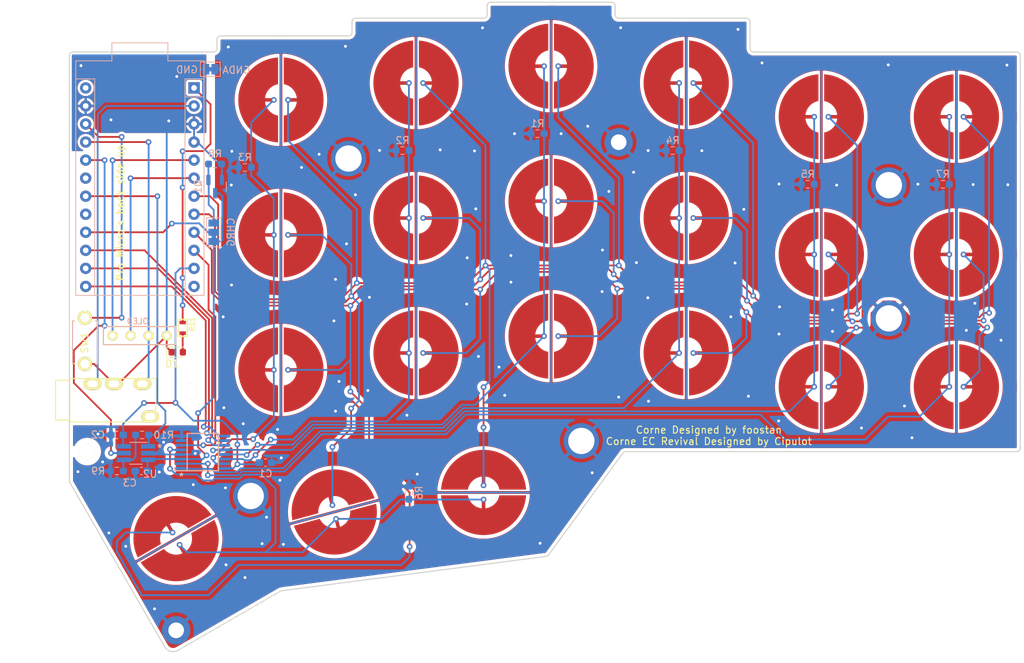
<source format=kicad_pcb>
(kicad_pcb (version 20211014) (generator pcbnew)
  (title_block (title "Corne EC Revival | Right Side") (date "2022-01-28") (rev "1.0") (comment 1 "Copyright © 2021 Cipulot") (comment 2 "MIT License"))
  (layers (0 "F.Cu" signal) (31 "B.Cu" signal) (34 "B.Paste" user) (35 "F.Paste" user) (36 "B.SilkS" user "B.Silkscreen") (37 "F.SilkS" user "F.Silkscreen") (38 "B.Mask" user) (39 "F.Mask" user) (44 "Edge.Cuts" user))
  (net 0 "")
  (net 1 "GNDA")
  (net 2 "ROW0")
  (net 3 "COL0")
  (net 4 "ROW1")
  (net 5 "ROW2")
  (net 6 "COL1")
  (net 7 "COL2")
  (net 8 "COL4")
  (net 9 "COL5")
  (net 10 "COL6")
  (net 11 "+5V")
  (net 12 "Net-(C3-Pad1)")
  (net 13 "GND")
  (net 14 "Net-(D1-Pad2)")
  (net 15 "SDA")
  (net 16 "SCL")
  (net 17 "Net-(JP1-Pad3)")
  (net 18 "CHARGE_RST")
  (net 19 "Net-(R10-Pad1)")
  (net 20 "ADC")
  (net 21 "LED")
  (net 22 "RESET")
  (net 23 "OPAMP_SHDN")
  (net 24 "DATA")
  (net 25 "COL_EN")
  (net 26 "CSEL2")
  (net 27 "CSEL1")
  (net 28 "CSEL0")
  (net 33 "COL3")
  (net 34 "VCC")
  (footprint "cipulot_parts:ecs_pad" (layer "F.Cu") (at 109.6264 108.6962)
    (fp_text reference "SW19" hide)
    (fp_text value "EC_SW" hide)
  )
  (footprint "cipulot_parts:ecs_pad" (layer "F.Cu") (at 109.6264 70.6962)
    (fp_text reference "SW17" hide)
    (fp_text value "EC_SW" hide)
  )
  (footprint "cipulot_parts:ecs_pad" (layer "F.Cu") (at 147.6264 103.9462)
    (fp_text reference "SW13" hide)
    (fp_text value "EC_SW" hide)
  )
  (footprint "cipulot_parts:ecs_pad" (layer "F.Cu") (at 166.6264 87.3212)
    (fp_text reference "SW9" hide)
    (fp_text value "EC_SW" hide)
  )
  (footprint "cipulot_parts:ecs_pad" (layer "F.Cu") (at 128.6264 68.3212)
    (fp_text reference "SW14" hide)
    (fp_text value "EC_SW" hide)
  )
  (footprint "cipulot_parts:ecs_pad" (layer "F.Cu") (at 147.6264 65.9462)
    (fp_text reference "SW11" hide)
    (fp_text value "EC_SW" hide)
  )
  (footprint "cipulot_parts:TRRS-PJ-320A-no-Fmask" (layer "F.Cu") (at 79.9277 112.9634 90)
    (fp_text reference "J2")
    (fp_text value "MJ-4PP-9")
  )
  (footprint "cipulot_parts:SW_3.5x6.0_TH" (layer "F.Cu") (at 82.016459 104.839259 -90)
    (fp_text reference "SW1")
    (fp_text value "SW_Push")
  )
  (footprint "cipulot_parts:ecs_pad" (layer "F.Cu") (at 117.1264 128.6962 105)
    (fp_text reference "SW21" hide)
    (fp_text value "EC_SW" hide)
  )
  (footprint "cipulot_parts:ecs_pad" (layer "F.Cu") (at 204.6264 92.44494)
    (fp_text reference "SW3" hide)
    (fp_text value "EC_SW" hide)
  )
  (footprint "cipulot_parts:R_0603" (layer "F.Cu") (at 95.8078 102.778 -90)
    (fp_text reference "R11")
    (fp_text value "R" hide)
  )
  (footprint "cipulot_parts:ecs_pad" (layer "F.Cu") (at 166.6264 106.3212)
    (fp_text reference "SW10" hide)
    (fp_text value "EC_SW" hide)
  )
  (footprint "cipulot_parts:ecs_pad" (layer "F.Cu") (at 204.6264 111.0712)
    (fp_text reference "SW4" hide)
    (fp_text value "EC_SW" hide)
  )
  (footprint "cipulot_parts:ecs_pad" (layer "F.Cu") (at 185.6264 73.0712)
    (fp_text reference "SW5" hide)
    (fp_text value "EC_SW" hide)
  )
  (footprint "cipulot_parts:ecs_pad" (layer "F.Cu") (at 185.6264 111.0712)
    (fp_text reference "SW7" hide)
    (fp_text value "EC_SW" hide)
  )
  (footprint "cipulot_parts:ecs_pad" (layer "F.Cu") (at 138.1264 125.9462 90)
    (fp_text reference "SW20" hide)
    (fp_text value "EC_SW" hide)
  )
  (footprint "Diode_SMD:D_0603_1608Metric" (layer "F.Cu") (at 95.0458 106.207)
    (fp_text reference "D1")
    (fp_text value "LED" hide)
  )
  (footprint "cipulot_parts:ecs_pad" (layer "F.Cu") (at 204.6264 73.0712)
    (fp_text reference "SW2" hide)
    (fp_text value "EC_SW" hide)
  )
  (footprint "cipulot_parts:ecs_pad" (layer "F.Cu") (at 94.8764 132.4462 120)
    (fp_text reference "SW22" hide)
    (fp_text value "EC_SW" hide)
  )
  (footprint "cipulot_parts:ecs_pad" (layer "F.Cu") (at 128.6264 106.3212)
    (fp_text reference "SW16" hide)
    (fp_text value "EC_SW" hide)
  )
  (footprint "cipulot_parts:ecs_pad" (layer "F.Cu") (at 185.6264 92.44494)
    (fp_text reference "SW6" hide)
    (fp_text value "EC_SW" hide)
  )
  (footprint "cipulot_parts:ecs_pad" (layer "F.Cu") (at 109.6264 89.6962)
    (fp_text reference "SW18" hide)
    (fp_text value "EC_SW" hide)
  )
  (footprint "cipulot_parts:ecs_pad" (layer "F.Cu") (at 128.6264 87.3212)
    (fp_text reference "SW15" hide)
    (fp_text value "EC_SW" hide)
  )
  (footprint "cipulot_parts:ecs_pad" (layer "F.Cu") (at 147.6264 84.9462)
    (fp_text reference "SW12" hide)
    (fp_text value "EC_SW" hide)
  )
  (footprint "cipulot_parts:ecs_pad" (layer "F.Cu") (at 166.6264 68.3212)
    (fp_text reference "SW8" hide)
    (fp_text value "EC_SW" hide)
  )
  (footprint "cipulot_parts:OLED_Small" (layer "F.Cu") (at 89.712299 103.8702 180)
    (fp_text reference "J1" hide)
    (fp_text value "OLED" hide)
  )
  (footprint "Jumper:SolderJumper-2_P1.3mm_Bridged_Pad1.0x1.5mm" (layer "B.Cu") (at 99.694 66.3798 180)
    (fp_text reference "JP2" hide)
    (fp_text value "Jumper_NC_Small" hide)
  )
  (footprint "cipulot_parts:MountingHole_3.7mm_Pad_TopBottom" (layer "B.Cu") (at 151.8764 118.6962 180)
    (fp_text reference "REF**" hide)
    (fp_text value "MountingHole_3.7mm_Pad_TopBottom" hide)
  )
  (footprint "cipulot_parts:R_0603_1608Metric_Pad0.98x0.95mm_HandSolder" (layer "B.Cu") (at 126.725 77.8212 180)
    (fp_text reference "R2")
    (fp_text value "100k")
  )
  (footprint "Package_TO_SOT_SMD:TSOT-23-6_HandSoldering" (layer "B.Cu") (at 89.2292 120.4056 180)
    (fp_text reference "U2")
    (fp_text value "LTC6255" hide)
  )
  (footprint "cipulot_parts:MountingHole_3.7mm_Pad_TopBottom" (layer "B.Cu") (at 195.1264 82.6962 180)
    (fp_text reference "REF**" hide)
    (fp_text value "MountingHole_3.7mm_Pad_TopBottom" hide)
  )
  (footprint "Jumper:SolderJumper-3_P1.3mm_Bridged12_Pad1.0x1.5mm" (layer "B.Cu") (at 100.1766 89.32328 90)
    (fp_text reference "JP1" hide)
    (fp_text value "Jumper_3_Bridged12" hide)
  )
  (footprint "cipulot_parts:HOLE_M2" (layer "B.Cu") (at 82.3764 120.1962 180)
    (fp_text reference "H22" hide)
    (fp_text value "MountingHole" hide)
  )
  (footprint "cipulot_parts:MountingHole_3.7mm_Pad_TopBottom" (layer "B.Cu") (at 105.3764 126.4462 180)
    (fp_text reference "REF**" hide)
    (fp_text value "MountingHole_3.7mm_Pad_TopBottom" hide)
  )
  (footprint "cipulot_parts:R_0603_1608Metric_Pad0.98x0.95mm_HandSolder" (layer "B.Cu") (at 90.1 117.85)
    (fp_text reference "R10")
    (fp_text value "22k" hide)
  )
  (footprint "cipulot_parts:R_0603_1608Metric_Pad0.98x0.95mm_HandSolder" (layer "B.Cu") (at 202.725 82.5712 180)
    (fp_text reference "R7")
    (fp_text value "100k")
  )
  (footprint "cipulot_parts:R_0603_1608Metric_Pad0.98x0.95mm_HandSolder" (layer "B.Cu") (at 127.6264 125.9936 90)
    (fp_text reference "R6")
    (fp_text value "100k")
  )
  (footprint "cipulot_parts:C_0603_1608Metric_Pad1.08x0.95mm_HandSolder" (layer "B.Cu") (at 86.575 117.85 180)
    (fp_text reference "C2")
    (fp_text value "0.1u" hide)
  )
  (footprint "cipulot_parts:R_0603_1608Metric_Pad0.98x0.95mm_HandSolder" (layer "B.Cu") (at 145.7 75.4462 180)
    (fp_text reference "R1")
    (fp_text value "100k")
  )
  (footprint "kbd:LEGO_HOLE" (layer "B.Cu") (at 157.1264 76.6462 180)
    (fp_text reference "")
    (fp_text value "")
  )
  (footprint "cipulot_parts:R_0603_1608Metric_Pad0.98x0.95mm_HandSolder" (layer "B.Cu") (at 164.725 77.8212 180)
    (fp_text reference "R4")
    (fp_text value "100k")
  )
  (footprint "cipulot_parts:C_0603_1608Metric_Pad1.08x0.95mm_HandSolder" (layer "B.Cu") (at 90 122.925 180)
    (fp_text reference "C3")
    (fp_text value "220p" hide)
  )
  (footprint "cipulot_parts:C_0603_1608Metric_Pad1.08x0.95mm_HandSolder" (layer "B.Cu") (at 107.45 121.75 180)
    (fp_text reference "C1")
    (fp_text value "0.1u" hide)
  )
  (footprint "Package_TO_SOT_SMD:SOT-23" (layer "B.Cu") (at 100.3798 82.8898 -90)
    (fp_text reference "Q1")
    (fp_text value "Q_NMOS_GSD" hide)
  )
  (footprint "cipulot_parts:Sparkfun_Pro_Micro" (layer "B.Cu") (at 82.167299 96.947299)
    (fp_text reference "U3" hide)
    (fp_text value "ProMicro")
  )
  (footprint "cipulot_parts:R_0603_1608Metric_Pad0.98x0.95mm_HandSolder" (layer "B.Cu") (at 86.55 122.925)
    (fp_text reference "R9")
    (fp_text value "1k" hide)
  )
  (footprint "kbd:LEGO_HOLE" (layer "B.Cu") (at 94.8875 145.35 180)
    (fp_text reference "")
    (fp_text value "")
  )
  (footprint "cipulot_parts:MountingHole_3.7mm_Pad_TopBottom" (layer "B.Cu") (at 195.1264 101.4462 180)
    (fp_text reference "REF**" hide)
    (fp_text value "MountingHole_3.7mm_Pad_TopBottom" hide)
  )
  (footprint "cipulot_parts:MountingHole_3.7mm_Pad_TopBottom" (layer "B.Cu") (at 119.1264 78.9462 180)
    (fp_text reference "REF**" hide)
    (fp_text value "MountingHole_3.7mm_Pad_TopBottom" hide)
  )
  (footprint "cipulot_parts:TSSOP16" (layer "B.Cu") (at 98.6272 120.2786 90)
    (fp_text reference "U1")
    (fp_text value "74HC4051")
  )
  (footprint "" (layer "B.Cu") (at 96.8764 111.6962 180)
    (fp_text reference "")
    (fp_text value "")
  )
  (footprint "cipulot_parts:R_0603_1608Metric_Pad0.98x0.95mm_HandSolder" (layer "B.Cu") (at 104.55 80.2 180)
    (fp_text reference "R3")
    (fp_text value "100k")
  )
  (footprint "cipulot_parts:R_0603_1608Metric_Pad0.98x0.95mm_HandSolder" (layer "B.Cu") (at 183.725 82.5712 180)
    (fp_text reference "R5")
    (fp_text value "100k")
  )
  (footprint "cipulot_parts:R_0603_1608Metric_Pad0.98x0.95mm_HandSolder" (layer "B.Cu") (at 100.3544 79.7148)
    (fp_text reference "R8")
    (fp_text value "100k" hide)
  )
  (gr_circle (center 109.624 89.7008) (end 103.632 89.7008) (layer "B.Cu") (width 0.01) (fill none))
  (gr_line (start 156.1264 56.9462) (end 139.1264 56.9462) (layer "Edge.Cuts") (width 0.15))
  (gr_arc (start 157.758949 120.346455) (mid 157.92116 120.238068) (end 158.112502 120.200008) (layer "Edge.Cuts") (width 0.15))
  (gr_line (start 156.6264 58.6962) (end 156.6264 57.4462) (layer "Edge.Cuts") (width 0.15))
  (gr_arc (start 138.6264 58.6962) (mid 138.479953 59.049753) (end 138.1264 59.1962) (layer "Edge.Cuts") (width 0.15))
  (gr_arc (start 79.8764 64.4462) (mid 80.022847 64.092647) (end 80.3764 63.9462) (layer "Edge.Cuts") (width 0.15))
  (gr_line (start 175.612502 63.450008) (end 175.612502 59.700008) (layer "Edge.Cuts") (width 0.15))
  (gr_arc (start 213.612502 119.700008) (mid 213.466055 120.053561) (end 213.112502 120.200008) (layer "Edge.Cuts") (width 0.15))
  (gr_line (start 213.112502 120.200008) (end 158.112502 120.200008) (layer "Edge.Cuts") (width 0.15))
  (gr_arc (start 109.537502 139.850008) (mid 109.86155 139.769157) (end 110.191946 139.720352) (layer "Edge.Cuts") (width 0.15))
  (gr_arc (start 157.1264 59.1962) (mid 156.772847 59.049753) (end 156.6264 58.6962) (layer "Edge.Cuts") (width 0.15))
  (gr_arc (start 156.1264 56.9462) (mid 156.479953 57.092647) (end 156.6264 57.4462) (layer "Edge.Cuts") (width 0.15))
  (gr_arc (start 175.112502 59.200008) (mid 175.466055 59.346455) (end 175.612502 59.700008) (layer "Edge.Cuts") (width 0.15))
  (gr_line (start 138.6264 57.4462) (end 138.6264 58.6962) (layer "Edge.Cuts") (width 0.15))
  (gr_line (start 79.8764 124.4462) (end 79.8764 64.4462) (layer "Edge.Cuts") (width 0.15))
  (gr_line (start 100.6264 63.4462) (end 100.6264 62.1962) (layer "Edge.Cuts") (width 0.15))
  (gr_arc (start 119.6264 59.6962) (mid 119.772847 59.342647) (end 120.1264 59.1962) (layer "Edge.Cuts") (width 0.15))
  (gr_line (start 95.243251 148.110964) (end 109.537502 139.850008) (layer "Edge.Cuts") (width 0.15))
  (gr_arc (start 100.6264 63.4462) (mid 100.479953 63.799753) (end 100.1264 63.9462) (layer "Edge.Cuts") (width 0.15))
  (gr_line (start 110.191946 139.720352) (end 146.862502 134.950008) (layer "Edge.Cuts") (width 0.15))
  (gr_arc (start 213.112502 63.950008) (mid 213.466055 64.096455) (end 213.612502 64.450008) (layer "Edge.Cuts") (width 0.15))
  (gr_arc (start 176.112502 63.950008) (mid 175.758949 63.803561) (end 175.612502 63.450008) (layer "Edge.Cuts") (width 0.15))
  (gr_line (start 175.112502 59.200008) (end 157.1264 59.1962) (layer "Edge.Cuts") (width 0.15))
  (gr_arc (start 95.243251 148.110964) (mid 94.200433 148.321625) (end 93.315239 147.731473) (layer "Edge.Cuts") (width 0.15))
  (gr_line (start 213.112502 63.950008) (end 176.112502 63.950008) (layer "Edge.Cuts") (width 0.15))
  (gr_arc (start 100.6264 62.1962) (mid 100.772847 61.842647) (end 101.1264 61.6962) (layer "Edge.Cuts") (width 0.15))
  (gr_arc (start 138.6264 57.4462) (mid 138.772847 57.092647) (end 139.1264 56.9462) (layer "Edge.Cuts") (width 0.15))
  (gr_line (start 138.1264 59.1962) (end 120.1264 59.1962) (layer "Edge.Cuts") (width 0.15))
  (gr_arc (start 147.216055 134.803561) (mid 147.053844 134.911948) (end 146.862502 134.950008) (layer "Edge.Cuts") (width 0.15))
  (gr_line (start 119.1264 61.6962) (end 101.1264 61.6962) (layer "Edge.Cuts") (width 0.15))
  (gr_line (start 147.216055 134.803561) (end 157.758949 120.346455) (layer "Edge.Cuts") (width 0.15))
  (gr_line (start 100.1264 63.9462) (end 80.3764 63.9462) (layer "Edge.Cuts") (width 0.15))
  (gr_line (start 119.6264 59.6962) (end 119.6264 61.1962) (layer "Edge.Cuts") (width 0.15))
  (gr_line (start 79.8764 124.4462) (end 93.315239 147.731473) (layer "Edge.Cuts") (width 0.15))
  (gr_line (start 213.612502 119.700008) (end 213.612502 64.450008) (layer "Edge.Cuts") (width 0.15))
  (gr_arc (start 119.6264 61.1962) (mid 119.479953 61.549753) (end 119.1264 61.6962) (layer "Edge.Cuts") (width 0.15))
  (gr_text "GND" (at 96.4125 66.45048) (layer "B.SilkS") (effects (font (size 1 1)) (justify mirror)))
  (gr_text "*" (at 95.625 123.74) (layer "B.SilkS") (effects (font (size 1 1)) (justify mirror)))
  (gr_text "CHRG" (at 102.5875 89.30048 90) (layer "B.SilkS") (effects (font (size 1 1)) (justify mirror)))
  (gr_text "OLED" (at 89.50326 101.85512) (layer "B.SilkS") (effects (font (size 0.8128 0.8128)) (justify mirror)))
  (gr_text "GNDA" (at 103.3625 66.50048) (layer "B.SilkS") (effects (font (size 1 1)) (justify mirror)))
  (gr_text "*" (at 92.57 119.71) (layer "B.SilkS") (effects (font (size 1 1)) (justify mirror)))
  (gr_text "Corne Designed by foostan\nCorne EC Revival Designed by Cipulot" (at 169.8125 117.95048) (layer "F.SilkS") (effects (font (size 1 1))))
  (gr_text "Pro Micro's back side up" (at 87.05 86.575 90) (layer "F.SilkS") (effects (font (size 1 1) (thickness 0.2))))
  (segment (start 118.125 113.2) (end 119.8 113.2) (width 0.25) (layer "F.Cu") (net 1))
  (segment (start 120.85 114.25) (end 120.85 118.875) (width 0.25) (layer "F.Cu") (net 1))
  (segment (start 119.8 113.2) (end 120.85 114.25) (width 0.25) (layer "F.Cu") (net 1))
  (via (at 149.025 75.45) (size 0.8) (drill 0.4) (layers "F.Cu" "B.Cu") (net 1))
  (via (at 154.85 91.825) (size 0.8) (drill 0.4) (layers "F.Cu" "B.Cu") (net 1))
  (via (at 128.8 123.375) (size 0.8) (drill 0.4) (layers "F.Cu" "B.Cu") (net 1))
  (via (at 161.275 77.825) (size 0.8) (drill 0.4) (layers "F.Cu" "B.Cu") (net 1))
  (via (at 161.325 113.1) (size 0.8) (drill 0.4) (layers "F.Cu" "B.Cu") (net 1))
  (via (at 179.675 103.65) (size 0.8) (drill 0.4) (layers "F.Cu" "B.Cu") (net 1))
  (via (at 102.725 77.925) (size 0.8) (drill 0.4) (layers "F.Cu" "B.Cu") (net 1))
  (via (at 85.425 131.65) (size 0.8) (drill 0.4) (layers "F.Cu" "B.Cu") (net 1))
  (via (at 187.7812 82.6866) (size 0.8) (drill 0.4) (layers "F.Cu" "B.Cu") (net 1))
  (via (at 121.85 111.6) (size 0.8) (drill 0.4) (layers "F.Cu" "B.Cu") (net 1))
  (via (at 109.475 124.225) (size 0.8) (drill 0.4) (layers "F.Cu" "B.Cu") (net 1))
  (via (at 141.975 92.6) (size 0.8) (drill 0.4) (layers "F.Cu" "B.Cu") (net 1))
  (via (at 101.9 136.125) (size 0.8) (drill 0.4) (layers "F.Cu" "B.Cu") (net 1))
  (via (at 132.025 77.725) (size 0.8) (drill 0.4) (layers "F.Cu" "B.Cu") (net 1))
  (via (at 135.75 99.425) (size 0.8) (drill 0.4) (layers "F.Cu" "B.Cu") (net 1))
  (via (at 210.9 104.525) (size 0.8) (drill 0.4) (layers "F.Cu" "B.Cu") (net 1))
  (via (at 84.55 121.65) (size 0.8) (drill 0.4) (layers "F.Cu" "B.Cu") (net 1))
  (via (at 146.075 133.1) (size 0.8) (drill 0.4) (layers "F.Cu" "B.Cu") (net 1))
  (via (at 112.525 80.2) (size 0.8) (drill 0.4) (layers "F.Cu" "B.Cu") (net 1))
  (via (at 187.2 100.25) (size 0.8) (drill 0.4) (layers "F.Cu" "B.Cu") (net 1))
  (via (at 107.6 129.425) (size 0.8) (drill 0.4) (layers "F.Cu" "B.Cu") (net 1))
  (via (at 97.3 124.85) (size 0.8) (drill 0.4) (layers "F.Cu" "B.Cu") (net 1))
  (via (at 83.9 117.725) (size 0.8) (drill 0.4) (layers "F.Cu" "B.Cu") (net 1))
  (via (at 104.325 116.275) (size 0.8) (drill 0.4) (layers "F.Cu" "B.Cu") (net 1))
  (via (at 101.825 125.3) (size 0.8) (drill 0.4) (layers "F.Cu" "B.Cu") (net 1))
  (via (at 198.375 118.25) (size 0.8) (drill 0.4) (layers "F.Cu" "B.Cu") (net 1))
  (via (at 195.0456 65.7702) (size 0.8) (drill 0.4) (layers "F.Cu" "B.Cu") (net 1))
  (via (at 137.975 60.55) (size 0.8) (drill 0.4) (layers "F.Cu" "B.Cu") (net 1))
  (via (at 211.8604 82.6358) (size 0.8) (drill 0.4) (layers "F.Cu" "B.Cu") (net 1))
  (via (at 207.225 99.325) (size 0.8) (drill 0.4) (layers "F.Cu" "B.Cu") (net 1))
  (via (at 120.1 84.05) (size 0.8) (drill 0.4) (layers "F.Cu" "B.Cu") (net 1))
  (via (at 127.35 115.075) (size 0.8) (drill 0.4) (layers "F.Cu" "B.Cu") (net 1))
  (via (at 118.85 90.95) (size 0.8) (drill 0.4) (layers "F.Cu" "B.Cu") (net 1))
  (via (at 159.625 93.6) (size 0.8) (drill 0.4) (layers "F.Cu" "B.Cu") (net 1))
  (via (at 115 78.35) (size 0.8) (drill 0.4) (layers "F.Cu" "B.Cu") (net 1))
  (via (at 173.5 93.65) (size 0.8) (drill 0.4) (layers "F.Cu" "B.Cu") (net 1))
  (via (at 117.8 110.325) (size 0.8) (drill 0.4) (layers "F.Cu" "B.Cu") (net 1))
  (via (at 117.3 114.5) (size 0.8) (drill 0.4) (layers "F.Cu" "B.Cu") (net 1))
  (via (at 173.9128 60.7664) (size 0.8) (drill 0.4) (layers "F.Cu" "B.Cu") (net 1))
  (via (at 109.675 121.075) (size 0.8) (drill 0.4) (layers "F.Cu" "B.Cu") (net 1))
  (via (at 141.975 96.35) (size 0.8) (drill 0.4) (layers "F.Cu" "B.Cu") (net 1))
  (via (at 172.9 101.225) (size 0.8) (drill 0.4) (layers "F.Cu" "B.Cu") (net 1))
  (via (at 154.8 97.675) (size 0.8) (drill 0.4) (layers "F.Cu" "B.Cu") (net 1))
  (via (at 106.975 133.15) (size 0.8) (drill 0.4) (layers "F.Cu" "B.Cu") (net 1))
  (via (at 81.075 123.025) (size 0.8) (drill 0.4) (layers "F.Cu" "B.Cu") (net 1))
  (via (at 87.8 133.525) (size 0.8) (drill 0.4) (layers "F.Cu" "B.Cu") (net 1))
  (via (at 118.7 63.15) (size 0.8) (drill 0.4) (layers "F.Cu" "B.Cu") (net 1))
  (via (at 153.4 123.175) (size 0.8) (drill 0.4) (layers "F.Cu" "B.Cu") (net 1))
  (via (at 177.291 65.4908) (size 0.8) (drill 0.4) (layers "F.Cu" "B.Cu") (net 1))
  (via (at 152.775 74.4) (size 0.8) (drill 0.4) (layers "F.Cu" "B.Cu") (net 1))
  (via (at 137.4 106.8) (size 0.8) (drill 0.4) (layers "F.Cu" "B.Cu") (net 1))
  (via (at 117.3 95.95) (size 0.8) (drill 0.4) (layers "F.Cu" "B.Cu") (net 1))
  (via (at 161.225 98.55) (size 0.8) (drill 0.4) (layers "F.Cu" "B.Cu") (net 1))
  (via (at 122.075 98.475) (size 0.8) (drill 0.4) (layers "F.Cu" "B.Cu") (net 1))
  (via (at 206.025 103.125) (size 0.8) (drill 0.4) (layers "F.Cu" "B.Cu") (net 1))
  (via (at 199.2112 82.5596) (size 0.8) (drill 0.4) (layers "F.Cu" "B.Cu") (net 1))
  (via (at 135.825 92.925) (size 0.8) (drill 0.4) (layers "F.Cu" "B.Cu") (net 1))
  (via (at 102.225 63.25) (size 0.8) (drill 0.4) (layers "F.Cu" "B.Cu") (net 1))
  (via (at 102.65 82.675) (size 0.8) (drill 0.4) (layers "F.Cu" "B.Cu") (net 1))
  (via (at 179.75 99.825) (size 0.8) (drill 0.4) (layers "F.Cu" "B.Cu") (net 1))
  (via (at 155.75 83.575) (size 0.8) (drill 0.4) (layers "F.Cu" "B.Cu") (net 1))
  (via (at 168.825 77.85) (size 0.8) (drill 0.4) (layers "F.Cu" "B.Cu") (net 1))
  (via (at 140.3 108.3) (size 0.8) (drill 0.4) (layers "F.Cu" "B.Cu") (net 1))
  (via (at 179.625 115.875) (size 0.8) (drill 0.4) (layers "F.Cu" "B.Cu") (net 1))
  (via (at 206.9836 82.6104) (size 0.8) (drill 0.4) (layers "F.Cu" "B.Cu") (net 1))
  (via (at 92.525 123.075) (size 0.8) (drill 0.4) (layers "F.Cu" "B.Cu") (net 1))
  (via (at 187.2 103.275) (size 0.8) (drill 0.4) (layers "F.Cu" "B.Cu") (net 1))
  (via (at 211.7334 65.7956) (size 0.8) (drill 0.4) (layers "F.Cu" "B.Cu") (net 1))
  (via (at 159.225 80.875) (size 0.8) (drill 0.4) (layers "F.Cu" "B.Cu") (net 1))
  (via (at 197.325 113.775) (size 0.8) (drill 0.4) (layers "F.Cu" "B.Cu") (net 1))
  (via (at 97.575 120.45) (size 0.8) (drill 0.4) (layers "F.Cu" "B.Cu") (net 1))
  (via (at 123.5 77.8) (size 0.8) (drill 0.4) (layers "F.Cu" "B.Cu") (net 1))
  (via (at 137.025 86.025) (size 0.8) (drill 0.4) (layers "F.Cu" "B.Cu") (net 1))
  (via (at 102.675 96.75) (size 0.8) (drill 0.4) (layers "F.Cu" "B.Cu") (net 1))
  (via (at 93.125 118.875) (size 0.8) (drill 0.4) (layers "F.Cu" "B.Cu") (net 1))
  (via (at 101.6 114.025) (size 0.8) (drill 0.4) (layers "F.Cu" "B.Cu") (net 1))
  (via (at 141.1 112.275) (size 0.8) (drill 0.4) (layers "F.Cu" "B.Cu") (net 1))
  (via (at 174.725 86.1) (size 0.8) (drill 0.4) (layers "F.Cu" "B.Cu") (net 1))
  (via (at 117.075 101.8) (size 0.8) (drill 0.4) (layers "F.Cu" "B.Cu") (net 1))
  (via (at 179.6786 82.5342) (size 0.8) (drill 0.4) (layers "F.Cu" "B.Cu") (net 1))
  (via (at 104.575 137.925) (size 0.8) (drill 0.4) (layers "F.Cu" "B.Cu") (net 1))
  (via (at 136.85 77.875) (size 0.8) (drill 0.4) (layers "F.Cu" "B.Cu") (net 1))
  (via (at 191.275 116.875) (size 0.8) (drill 0.4) (layers "F.Cu" "B.Cu") (net 1))
  (via (at 157.4028 60.5378) (size 0.8) (drill 0.4) (layers "F.Cu" "B.Cu") (net 1))
  (via (at 109.15 117.075) (size 0.8) (drill 0.4) (layers "F.Cu" "B.Cu") (net 1))
  (via (at 109.975 133.25) (size 0.8) (drill 0.4) (layers "F.Cu" "B.Cu") (net 1))
  (via (at 157.125 112.525) (size 0.8) (drill 0.4) (layers "F.Cu" "B.Cu") (net 1))
  (via (at 142.475 75.45) (size 0.8) (drill 0.4) (layers "F.Cu" "B.Cu") (net 1))
  (via (at 101.5 101.225) (size 0.8) (drill 0.4) (layers "F.Cu" "B.Cu") (net 1))
  (via (at 91.85 142.325) (size 0.8) (drill 0.4) (layers "F.Cu" "B.Cu") (net 1))
  (via (at 175.375 112.4) (size 0.8) (drill 0.4) (layers "F.Cu" "B.Cu") (net 1))
  (segment (start 204.625 118.475) (end 204.625 65.5) (width 0.25) (layer "B.Cu") (net 1))
  (segment (start 91.13478 120.60118) (end 90.9392 120.4056) (width 0.25) (layer "B.Cu") (net 1))
  (segment (start 93.125 118.875) (end 93.125 119.375) (width 0.25) (layer "B.Cu") (net 1))
  (segment (start 109.625 115.525) (end 109.625 63.3) (width 0.25) (layer "B.Cu") (net 1))
  (segment (start 89.1 135.775) (end 101.525 128.6) (width 0.25) (layer "B.Cu") (net 1))
  (segment (start 95.65286 118.0053) (end 95.65286 118.65554) (width 0.25) (layer "B.Cu") (net 1))
  (segment (start 147.625 110.65) (end 147.625 58.475) (width 0.25) (layer "B.Cu") (net 1))
  (segment (start 92.0944 120.4056) (end 90.9392 120.4056) (width 0.25) (layer "B.Cu") (net 1))
  (segment (start 95.65286 120.60118) (end 97.42382 120.60118) (width 0.25) (layer "B.Cu") (net 1))
  (segment (start 93.125 119.375) (end 92.0944 120.4056) (width 0.25) (layer "B.Cu") (net 1))
  (segment (start 166.625 113.125) (end 166.625 60.925) (width 0.25) (layer "B.Cu") (net 1))
  (segment (start 95.70404 120.55) (end 95.65286 120.60118) (width 0.25) (layer "B.Cu") (net 1))
  (segment (start 110 130.6) (end 124.325 126.775) (width 0.25) (layer "B.Cu") (net 1))
  (segment (start 97.42382 120.60118) (end 97.575 120.45) (width 0.25) (layer "B.Cu") (net 1))
  (segment (start 95.65286 120.60118) (end 91.13478 120.60118) (width 0.25) (layer "B.Cu") (net 1))
  (segment (start 145.575 125.95) (end 130.9 125.95) (width 0.25) (layer "B.Cu") (net 1))
  (segment (start 185.625 117.75) (end 185.625 65.6) (width 0.25) (layer "B.Cu") (net 1))
  (segment (start 128.625 113.125) (end 128.625 60.9) (width 0.25) (layer "B.Cu") (net 1))
  (segment (start 190.19142 73.0712) (end 186.6264 73.0712) (width 0.25) (layer "F.Cu") (net 2))
  (segment (start 205.6264 73.0712) (end 207.66142 73.0712) (width 0.25) (layer "F.Cu") (net 2))
  (segment (start 189.400386 100.775) (end 188.874426 101.30096) (width 0.25) (layer "F.Cu") (net 2))
  (segment (start 193.703565 97.35) (end 190.675 100.378565) (width 0.25) (layer "F.Cu") (net 2))
  (segment (start 174.15096 96.37596) (end 176.05 98.275) (width 0.25) (layer "F.Cu") (net 2))
  (segment (start 100.798203 97.450123) (end 102.09904 98.75096) (width 0.25) (layer "F.Cu") (net 2))
  (segment (start 110.6264 70.6962) (end 112.75186 70.6962) (width 0.25) (layer "F.Cu") (net 2))
  (segment (start 120.3 96.475) (end 120.30048 96.47548) (width 0.25) (layer "F.Cu") (net 2))
  (segment (start 188.874426 101.30096) (end 179.07596 101.30096) (width 0.25) (layer "F.Cu") (net 2))
  (segment (start 208.475 100.675) (end 207.84952 101.30048) (width 0.25) (layer "F.Cu") (net 2))
  (segment (start 120.30048 96.47548) (end 135.92452 96.47548) (width 0.25) (layer "F.Cu") (net 2))
  (segment (start 207.84952 101.30048) (end 200.52548 101.30048) (width 0.25) (layer "F.Cu") (net 2))
  (segment (start 120.3 96.475) (end 118.02404 98.75096) (width 0.25) (layer "F.Cu") (net 2))
  (segment (start 138.39904 94.00096) (end 157.15096 94.00096) (width 0.25) (layer "F.Cu") (net 2))
  (segment (start 157.15096 94.00096) (end 159.52596 96.37596) (width 0.25) (layer "F.Cu") (net 2))
  (segment (start 190.675 100.378565) (end 190.675 100.775) (width 0.25) (layer "F.Cu") (net 2))
  (segment (start 148.6264 65.9462) (end 151.13642 65.9462) (width 0.25) (layer "F.Cu") (net 2))
  (segment (start 135.92452 96.47548) (end 138.39904 94.00096) (width 0.25) (layer "F.Cu") (net 2))
  (segment (start 167.6264 68.3212) (end 170.29142 68.3212) (width 0.25) (layer "F.Cu") (net 2))
  (segment (start 138.125 116.8) (end 138.125 111.125) (width 0.25) (layer "F.Cu") (net 2))
  (segment (start 129.6264 68.3212) (end 131.64686 68.3212) (width 0.25) (layer "F.Cu") (net 2))
  (segment (start 97.407299 84.247299) (end 99.647299 84.247299) (width 0.25) (layer "F.Cu") (net 2))
  (segment (start 179.07596 101.30096) (end 176.05 98.275) (width 0.25) (layer "F.Cu") (net 2))
  (segment (start 159.52596 96.37596) (end 174.15096 96.37596) (width 0.25) (layer "F.Cu") (net 2))
  (segment (start 190.675 100.775) (end 189.400386 100.775) (width 0.25) (layer "F.Cu") (net 2))
  (segment (start 200.52548 101.30048) (end 196.575 97.35) (width 0.25) (layer "F.Cu") (net 2))
  (segment (start 99.647299 84.247299) (end 100.798203 85.398203) (width 0.25) (layer "F.Cu") (net 2))
  (segment (start 209.225 100.675) (end 208.475 100.675) (width 0.25) (layer "F.Cu") (net 2))
  (segment (start 118.02404 98.75096) (end 102.09904 98.75096) (width 0.25) (layer "F.Cu") (net 2))
  (segment (start 100.798203 85.398203) (end 100.798203 97.450123) (width 0.25) (layer "F.Cu") (net 2))
  (segment (start 138.1264 124.9462) (end 138.1264 122.57074) (width 0.25) (layer "F.Cu") (net 2))
  (segment (start 196.575 97.35) (end 193.703565 97.35) (width 0.25) (layer "F.Cu") (net 2))
  (via (at 138.125 111.125) (size 0.8) (drill 0.4) (layers "F.Cu" "B.Cu") (net 2))
  (via (at 138.125 116.8) (size 0.8) (drill 0.4) (layers "F.Cu" "B.Cu") (net 2))
  (via (at 209.225 100.675) (size 0.8) (drill 0.4) (layers "F.Cu" "B.Cu") (net 2))
  (via (at 110.6264 70.6962) (size 0.8) (drill 0.4) (layers "F.Cu" "B.Cu") (net 2))
  (via (at 190.675 100.775) (size 0.8) (drill 0.4) (layers "F.Cu" "B.Cu") (net 2))
  (via (at 186.6264 73.0712) (size 0.8) (drill 0.4) (layers "F.Cu" "B.Cu") (net 2))
  (via (at 148.6264 65.9462) (size 0.8) (drill 0.4) (layers "F.Cu" "B.Cu") (net 2))
  (via (at 176.05 98.275) (size 0.8) (drill 0.4) (layers "F.Cu" "B.Cu") (net 2))
  (via (at 129.6264 68.3212) (size 0.8) (drill 0.4) (layers "F.Cu" "B.Cu") (net 2))
  (via (at 167.6264 68.3212) (size 0.8) (drill 0.4) (layers "F.Cu" "B.Cu") (net 2))
  (via (at 138.1264 124.9462) (size 0.8) (drill 0.4) (layers "F.Cu" "B.Cu") (net 2))
  (via (at 157.15096 94.00096) (size 0.8) (drill 0.4) (layers "F.Cu" "B.Cu") (net 2))
  (via (at 138.39904 94.00096) (size 0.8) (drill 0.4) (layers "F.Cu" "B.Cu") (net 2))
  (via (at 120.3 96.475) (size 0.8) (drill 0.4) (layers "F.Cu" "B.Cu") (net 2))
  (via (at 205.6264 73.0712) (size 0.8) (drill 0.4) (layers "F.Cu" "B.Cu") (net 2))
  (segment (start 120.3 96.475) (end 120.3 86.1) (width 0.25) (layer "B.Cu") (net 2))
  (segment (start 190.675 78.375) (end 190.675 100.35) (width 0.25) (layer "B.Cu") (net 2))
  (segment (start 186.6264 73.0764) (end 189.55 76) (width 0.25) (layer "B.Cu") (net 2))
  (segment (start 138.125 116.8) (end 138.1264 116.8014) (width 0.25) (layer "B.Cu") (net 2))
  (segment (start 186.6264 73.0712) (end 186.6264 73.0764) (width 0.25) (layer "B.Cu") (net 2))
  (segment (start 110.6264 76.4264) (end 110.6264 70.6962) (width 0.25) (layer "B.Cu") (net 2))
  (segment (start 189.55 76) (end 190.675 77.125) (width 0.25) (layer "B.Cu") (net 2))
  (segment (start 209.2188 100.6688) (end 209.2188 76.6636) (width 0.25) (layer "B.Cu") (net 2))
  (segment (start 157.175 93.97692) (end 157.15096 94.00096) (width 0.25) (layer "B.Cu") (net 2))
  (segment (start 190.675 100.35) (end 190.675 100.775) (width 0.25) (layer "B.Cu") (net 2))
  (segment (start 174.1625 74.8625) (end 174.4 75.1) (width 0.25) (layer "B.Cu") (net 2))
  (segment (start 167.6264 68.3264) (end 174.1625 74.8625) (width 0.25) (layer "B.Cu") (net 2))
  (segment (start 138.975 110.275) (end 138.125 111.125) (width 0.25) (layer "B.Cu") (net 2))
  (segment (start 209.2188 76.6636) (end 205.6264 73.0712) (width 0.25) (layer "B.Cu") (net 2))
  (segment (start 157.175 81.725) (end 157.175 93.97692) (width 0.25) (layer "B.Cu") (net 2))
  (segment (start 209.225 100.675) (end 209.2188 100.6688) (width 0.25) (layer "B.Cu") (net 2))
  (segment (start 138.1264 116.8014) (end 138.1264 124.9462) (width 0.25) (layer "B.Cu") (net 2))
  (segment (start 176.05 76.75) (end 176.05 98.275) (width 0.25) (layer "B.Cu") (net 2))
  (segment (start 174.1625 74.8625) (end 176.05 76.75) (width 0.25) (layer "B.Cu") (net 2))
  (segment (start 148.6264 73.1764) (end 157.175 81.725) (width 0.25) (layer "B.Cu") (net 2))
  (segment (start 190.675 77.125) (end 190.675 78.375) (width 0.25) (layer "B.Cu") (net 2))
  (segment (start 138.975 94.57692) (end 138.975 110.275) (width 0.25) (layer "B.Cu") (net 2))
  (segment (start 120.3 86.1) (end 110.6264 76.4264) (width 0.25) (layer "B.Cu") (net 2))
  (segment (start 129.6264 68.3212) (end 129.6264 68.3264) (width 0.25) (layer "B.Cu") (net 2))
  (segment (start 138.39904 94.00096) (end 138.975 94.57692) (width 0.25) (layer "B.Cu") (net 2))
  (segment (start 148.6264 65.9462) (end 148.6264 73.1764) (width 0.25) (layer "B.Cu") (net 2))
  (segment (start 167.6264 68.3212) (end 167.6264 68.3264) (width 0.25) (layer "B.Cu") (net 2))
  (segment (start 138.4 94) (end 138.39904 94.00096) (width 0.25) (layer "B.Cu") (net 2))
  (segment (start 129.6264 68.3264) (end 138.4 77.1) (width 0.25) (layer "B.Cu") (net 2))
  (segment (start 138.4 77.1) (end 138.4 94) (width 0.25) (layer "B.Cu") (net 2))
  (segment (start 99.35 123.525) (end 99.35 121.9) (width 0.25) (layer "F.Cu") (net 3))
  (segment (start 203.6264 92.44494) (end 201.5106 92.44494) (width 0.25) (layer "F.Cu") (net 3))
  (segment (start 203.6264 73.0712) (end 201.12686 73.0712) (width 0.25) (layer "F.Cu") (net 3))
  (segment (start 203.6264 111.0712) (end 201.00142 111.0712) (width 0.25) (layer "F.Cu") (net 3))
  (via (at 99.35 121.9) (size 0.8) (drill 0.4) (layers "F.Cu" "B.Cu") (net 3))
  (via (at 203.6264 111.0712) (size 0.8) (drill 0.4) (layers "F.Cu" "B.Cu") (net 3))
  (via (at 203.6264 92.44494) (size 0.8) (drill 0.4) (layers "F.Cu" "B.Cu") (net 3))
  (via (at 203.6264 73.0712) (size 0.8) (drill 0.4) (layers "F.Cu" "B.Cu") (net 3))
  (via (at 99.35 123.525) (size 0.8) (drill 0.4) (layers "F.Cu" "B.Cu") (net 3))
  (segment (start 203.6264 73.0712) (end 203.6264 111.0712) (width 0.25) (layer "B.Cu") (net 3))
  (segment (start 99.35 123.525) (end 99.360481 123.535481) (width 0.25) (layer "B.Cu") (net 3))
  (segment (start 191.8 118.5) (end 195.025 115.275) (width 0.25) (layer "B.Cu") (net 3))
  (segment (start 180.575 118.5) (end 191.8 118.5) (width 0.25) (layer "B.Cu") (net 3))
  (segment (start 177.05 114.975) (end 180.575 118.5) (width 0.25) (layer "B.Cu") (net 3))
  (segment (start 104.134351 123.00048) (end 110.12452 123.00048) (width 0.25) (layer "B.Cu") (net 3))
  (segment (start 135.624999 114.975) (end 177.05 114.975) (width 0.25) (layer "B.Cu") (net 3))
  (segment (start 115.375 117.75) (end 116.325 117.75) (width 0.25) (layer "B.Cu") (net 3))
  (segment (start 116.325 117.75) (end 132.849999 117.75) (width 0.25) (layer "B.Cu") (net 3))
  (segment (start 195.025 115.275) (end 199.425 115.275) (width 0.25) (layer "B.Cu") (net 3))
  (segment (start 95.65286 121.90166) (end 99.34834 121.90166) (width 0.25) (layer "B.Cu") (net 3))
  (segment (start 199.425 115.275) (end 203.6264 111.0736) (width 0.25) (layer "B.Cu") (net 3))
  (segment (start 99.360481 123.535481) (end 103.59935 123.535481) (width 0.25) (layer "B.Cu") (net 3))
  (segment (start 203.6264 111.0736) (end 203.6264 111.0712) (width 0.25) (layer "B.Cu") (net 3))
  (segment (start 132.849999 117.75) (end 135.624999 114.975) (width 0.25) (layer "B.Cu") (net 3))
  (segment (start 110.12452 123.00048) (end 115.375 117.75) (width 0.25) (layer "B.Cu") (net 3))
  (segment (start 103.59935 123.535481) (end 104.134351 123.00048) (width 0.25) (layer "B.Cu") (net 3))
  (segment (start 119.5 114.125) (end 119.5 116.919424) (width 0.25) (layer "F.Cu") (net 4))
  (segment (start 193.889762 97.79952) (end 196.388802 97.79952) (width 0.25) (layer "F.Cu") (net 4))
  (segment (start 101.912842 99.20048) (end 102.27452 99.20048) (width 0.25) (layer "F.Cu") (net 4))
  (segment (start 156.425 95.225) (end 158.02548 96.82548) (width 0.25) (layer "F.Cu") (net 4))
  (segment (start 97.407299 86.787299) (end 99.537299 86.787299) (width 0.25) (layer "F.Cu") (net 4))
  (segment (start 186.6264 92.44494) (end 189.3406 92.44494) (width 0.25) (layer "F.Cu") (net 4))
  (segment (start 190.007587 101.862813) (end 189.895254 101.75048) (width 0.25) (layer "F.Cu") (net 4))
  (segment (start 173.050479 96.82548) (end 175.175 98.95) (width 0.25) (layer "F.Cu") (net 4))
  (segment (start 99.537299 86.787299) (end 100.348683 87.598683) (width 0.25) (layer "F.Cu") (net 4))
  (segment (start 136.7 96.925) (end 137.6625 95.9625) (width 0.25) (layer "F.Cu") (net 4))
  (segment (start 190.007587 101.862813) (end 191.112187 101.862813) (width 0.25) (layer "F.Cu") (net 4))
  (segment (start 100.348683 97.636321) (end 101.912842 99.20048) (width 0.25) (layer "F.Cu") (net 4))
  (segment (start 139.17452 94.45048) (end 155.65048 94.45048) (width 0.25) (layer "F.Cu") (net 4))
  (segment (start 191.425 100.264282) (end 193.889762 97.79952) (width 0.25) (layer "F.Cu") (net 4))
  (segment (start 119.525 98.325) (end 120.925 96.925) (width 0.25) (layer "F.Cu") (net 4))
  (segment (start 129.6264 87.3212) (end 132.62142 87.3212) (width 0.25) (layer "F.Cu") (net 4))
  (segment (start 118.64952 99.20048) (end 119.525 98.325) (width 0.25) (layer "F.Cu") (net 4))
  (segment (start 177.97548 101.75048) (end 175.175 98.95) (width 0.25) (layer "F.Cu") (net 4))
  (segment (start 191.425 101.55) (end 191.425 100.264282) (width 0.25) (layer "F.Cu") (net 4))
  (segment (start 196.388802 97.79952) (end 200.339282 101.75) (width 0.25) (layer "F.Cu") (net 4))
  (segment (start 137.6625 95.9625) (end 139.17452 94.45048) (width 0.25) (layer "F.Cu") (net 4))
  (segment (start 200.339282 101.75) (end 208.45 101.75) (width 0.25) (layer "F.Cu") (net 4))
  (segment (start 167.6264 87.3212) (end 170.11686 87.3212) (width 0.25) (layer "F.Cu") (net 4))
  (segment (start 158.02548 96.82548) (end 173.050479 96.82548) (width 0.25) (layer "F.Cu") (net 4))
  (segment (start 205.6264 92.44494) (end 207.54768 92.44494) (width 0.25) (layer "F.Cu") (net 4))
  (segment (start 100.348683 87.598683) (end 100.348683 97.636321) (width 0.25) (layer "F.Cu") (net 4))
  (segment (start 116.867581 127.730274) (end 116.867581 127.421921) (width 0.25) (layer "F.Cu") (net 4))
  (segment (start 110.6264 89.6962) (end 112.47186 89.6962) (width 0.25) (layer "F.Cu") (net 4))
  (segment (start 155.65048 94.45048) (end 156.425 95.225) (width 0.25) (layer "F.Cu") (net 4))
  (segment (start 120.925 96.925) (end 136.7 96.925) (width 0.25) (layer "F.Cu") (net 4))
  (segment (start 191.112187 101.862813) (end 191.425 101.55) (width 0.25) (layer "F.Cu") (net 4))
  (segment (start 102.27452 99.20048) (end 118.64952 99.20048) (width 0.25) (layer "F.Cu") (net 4))
  (segment (start 148.6264 84.9462) (end 150.31642 84.9462) (width 0.25) (layer "F.Cu") (net 4))
  (segment (start 189.895254 101.75048) (end 177.97548 101.75048) (width 0.25) (layer "F.Cu") (net 4))
  (segment (start 119.5 116.919424) (end 116.869424 119.55) (width 0.25) (layer "F.Cu") (net 4))
  (via (at 205.6264 92.44494) (size 0.8) (drill 0.4) (layers "F.Cu" "B.Cu") (net 4))
  (via (at 186.6264 92.44494) (size 0.8) (drill 0.4) (layers "F.Cu" "B.Cu") (net 4))
  (via (at 148.6264 84.9462) (size 0.8) (drill 0.4) (layers "F.Cu" "B.Cu") (net 4))
  (via (at 208.45 101.75) (size 0.8) (drill 0.4) (layers "F.Cu" "B.Cu") (net 4))
  (via (at 175.175 98.95) (size 0.8) (drill 0.4) (layers "F.Cu" "B.Cu") (net 4))
  (via (at 156.425 95.225) (size 0.8) (drill 0.4) (layers "F.Cu" "B.Cu") (net 4))
  (via (at 119.5 114.125) (size 0.8) (drill 0.4) (layers "F.Cu" "B.Cu") (net 4))
  (via (at 129.6264 87.3212) (size 0.8) (drill 0.4) (layers "F.Cu" "B.Cu") (net 4))
  (via (at 116.869424 119.55) (size 0.8) (drill 0.4) (layers "F.Cu" "B.Cu") (net 4))
  (via (at 110.6264 89.6962) (size 0.8) (drill 0.4) (layers "F.Cu" "B.Cu") (net 4))
  (via (at 119.525 98.325) (size 0.8) (drill 0.4) (layers "F.Cu" "B.Cu") (net 4))
  (via (at 167.6264 87.3212) (size 0.8) (drill 0.4) (layers "F.Cu" "B.Cu") (net 4))
  (via (at 190.007587 101.862813) (size 0.8) (drill 0.4) (layers "F.Cu" "B.Cu") (net 4))
  (via (at 116.867581 127.730274) (size 0.8) (drill 0.4) (layers "F.Cu" "B.Cu") (net 4))
  (via (at 137.6625 95.9625) (size 0.8) (drill 0.4) (layers "F.Cu" "B.Cu") (net 4))
  (segment (start 137.662299 88.912299) (end 136.0712 87.3212) (width 0.25) (layer "B.Cu") (net 4))
  (segment (start 116.867581 119.551843) (end 116.867581 127.730274) (width 0.25) (layer "B.Cu") (net 4))
  (segment (start 175.175 89) (end 175.175 98.95) (width 0.25) (layer "B.Cu") (net 4))
  (segment (start 119.525 98.325) (end 119.525 93.85) (width 0.25) (layer "B.Cu") (net 4))
  (segment (start 120.6 113.025) (end 120.6 99.4) (width 0.25) (layer "B.Cu") (net 4))
  (segment (start 120.6 99.4) (end 119.525 98.325) (width 0.25) (layer "B.Cu") (net 4))
  (segment (start 156.426449 95.223551) (end 156.426449 86.576449) (width 0.25) (layer "B.Cu") (net 4))
  (segment (start 154.7962 84.9462) (end 148.6264 84.9462) (width 0.25) (layer "B.Cu") (net 4))
  (segment (start 208.4568 95.27534) (end 205.6264 92.44494) (width 0.25) (layer "B.Cu") (net 4))
  (segment (start 136.0712 87.3212) (end 129.6264 87.3212) (width 0.25) (layer "B.Cu") (net 4))
  (segment (start 208.4568 101.7432) (end 208.4568 95.27534) (width 0.25) (layer "B.Cu") (net 4))
  (segment (start 173.4962 87.3212) (end 175.175 89) (width 0.25) (layer "B.Cu") (net 4))
  (segment (start 116.869424 119.55) (end 116.867581 119.551843) (width 0.25) (layer "B.Cu") (net 4))
  (segment (start 190.007587 101.862813) (end 189.4402 101.295426) (width 0.25) (layer "B.Cu") (net 4))
  (segment (start 115.3712 89.6962) (end 110.6264 89.6962) (width 0.25) (layer "B.Cu") (net 4))
  (segment (start 189.4402 95.2652) (end 186.6098 92.4348) (width 0.25) (layer "B.Cu") (net 4))
  (segment (start 167.6264 87.3212) (end 173.4962 87.3212) (width 0.25) (layer "B.Cu") (net 4))
  (segment (start 156.425 95.225) (end 156.426449 95.223551) (width 0.25) (layer "B.Cu") (net 4))
  (segment (start 137.662299 88.912299) (end 137.662299 95.962299) (width 0.25) (layer "B.Cu") (net 4))
  (segment (start 208.45 101.75) (end 208.4568 101.7432) (width 0.25) (layer "B.Cu") (net 4))
  (segment (start 137.662299 95.962299) (end 137.6625 95.9625) (width 0.25) (layer "B.Cu") (net 4))
  (segment (start 119.5 114.125) (end 120.6 113.025) (width 0.25) (layer "B.Cu") (net 4))
  (segment (start 189.4402 101.295426) (end 189.4402 95.2652) (width 0.25) (layer "B.Cu") (net 4))
  (segment (start 119.525 93.85) (end 115.3712 89.6962) (width 0.25) (layer "B.Cu") (net 4))
  (segment (start 156.426449 86.576449) (end 154.7962 84.9462) (width 0.25) (layer "B.Cu") (net 4))
  (segment (start 189.375 102.75) (end 188.825 102.2) (width 0.25) (layer "F.Cu") (net 5))
  (segment (start 140.125 94.9) (end 137.65048 97.37452) (width 0.25) (layer "F.Cu") (net 5))
  (segment (start 176.725 102.2) (end 175.0875 100.5625) (width 0.25) (layer "F.Cu") (net 5))
  (segment (start 156.925 97.275) (end 154.55 94.9) (width 0.25) (layer "F.Cu") (net 5))
  (segment (start 207.874906 102.19952) (end 208.400386 102.725) (width 0.25) (layer "F.Cu") (net 5))
  (segment (start 101.726645 99.65) (end 119.4 99.65) (width 0.25) (layer "F.Cu") (net 5))
  (segment (start 190.55 102.75) (end 191.425 102.75) (width 0.25) (layer "F.Cu") (net 5))
  (segment (start 208.400386 102.725) (end 208.95 102.725) (width 0.25) (layer "F.Cu") (net 5))
  (segment (start 119.4 99.65) (end 121.67548 97.37452) (width 0.25) (layer "F.Cu") (net 5))
  (segment (start 190.55 102.75) (end 189.375 102.75) (width 0.25) (layer "F.Cu") (net 5))
  (segment (start 191.425 102.75) (end 191.925 102.25) (width 0.25) (layer "F.Cu") (net 5))
  (segment (start 186.6264 111.0712) (end 189.35686 111.0712) (width 0.25) (layer "F.Cu") (net 5))
  (segment (start 191.925 100.4) (end 194.025 98.3) (width 0.25) (layer "F.Cu") (net 5))
  (segment (start 94.3764 131.580175) (end 94.3764 131.42074) (width 0.25) (layer "F.Cu") (net 5))
  (segment (start 99.899163 91.819163) (end 99.899163 97.822518) (width 0.25) (layer "F.Cu") (net 5))
  (segment (start 171.8 97.275) (end 156.925 97.275) (width 0.25) (layer "F.Cu") (net 5))
  (segment (start 191.925 102.25) (end 191.925 100.4) (width 0.25) (layer "F.Cu") (net 5))
  (segment (start 148.6264 103.9462) (end 150.81186 103.9462) (width 0.25) (layer "F.Cu") (net 5))
  (segment (start 99.899163 97.822518) (end 101.726645 99.65) (width 0.25) (layer "F.Cu") (net 5))
  (segment (start 200.153084 102.19952) (end 207.874906 102.19952) (width 0.25) (layer "F.Cu") (net 5))
  (segment (start 167.6264 106.3212) (end 169.88142 106.3212) (width 0.25) (layer "F.Cu") (net 5))
  (segment (start 127.725 125.95) (end 127.725 133.575) (width 0.25) (layer "F.Cu") (net 5))
  (segment (start 205.6264 111.0712) (end 208.18686 111.0712) (width 0.25) (layer "F.Cu") (net 5))
  (segment (start 122.025 120.25) (end 127.725 125.95) (width 0.25) (layer "F.Cu") (net 5))
  (segment (start 194.025 98.3) (end 196.253564 98.3) (width 0.25) (layer "F.Cu") (net 5))
  (segment (start 110.6264 108.6962) (end 113.06642 108.6962) (width 0.25) (layer "F.Cu") (net 5))
  (segment (start 154.55 94.9) (end 140.125 94.9) (width 0.25) (layer "F.Cu") (net 5))
  (segment (start 129.6264 106.3212) (end 132.13686 106.3212) (width 0.25) (layer "F.Cu") (net 5))
  (segment (start 188.825 102.2) (end 176.725 102.2) (width 0.25) (layer "F.Cu") (net 5))
  (segment (start 121.67548 97.37452) (end 137.65048 97.37452) (width 0.25) (layer "F.Cu") (net 5))
  (segment (start 196.253564 98.3) (end 200.153084 102.19952) (width 0.25) (layer "F.Cu") (net 5))
  (segment (start 97.407299 89.327299) (end 99.899163 91.819163) (width 0.25) (layer "F.Cu") (net 5))
  (segment (start 122.025 114.375) (end 122.025 120.25) (width 0.25) (layer "F.Cu") (net 5))
  (segment (start 175.0875 100.5625) (end 171.8 97.275) (width 0.25) (layer "F.Cu") (net 5))
  (segment (start 119.4 111.75) (end 122.025 114.375) (width 0.25) (layer "F.Cu") (net 5))
  (via (at 110.6264 108.6962) (size 0.8) (drill 0.4) (layers "F.Cu" "B.Cu") (net 5))
  (via (at 208.95 102.725) (size 0.8) (drill 0.4) (layers "F.Cu" "B.Cu") (net 5))
  (via (at 175.0875 100.5625) (size 0.8) (drill 0.4) (layers "F.Cu" "B.Cu") (net 5))
  (via (at 190.55 102.75) (size 0.8) (drill 0.4) (layers "F.Cu" "B.Cu") (net 5))
  (via (at 119.4 111.75) (size 0.8) (drill 0.4) (layers "F.Cu" "B.Cu") (net 5))
  (via (at 156.925 97.275) (size 0.8) (drill 0.4) (layers "F.Cu" "B.Cu") (net 5))
  (via (at 186.6264 111.0712) (size 0.8) (drill 0.4) (layers "F.Cu" "B.Cu") (net 5))
  (via (at 94.3764 131.580175) (size 0.8) (drill 0.4) (layers "F.Cu" "B.Cu") (net 5))
  (via (at 127.725 133.575) (size 0.8) (drill 0.4) (layers "F.Cu" "B.Cu") (net 5))
  (via (at 205.6264 111.0712) (size 0.8) (drill 0.4) (layers "F.Cu" "B.Cu") (net 5))
  (via (at 148.6264 103.9462) (size 0.8) (drill 0.4) (layers "F.Cu" "B.Cu") (net 5))
  (via (at 129.6264 106.3212) (size 0.8) (drill 0.4) (layers "F.Cu" "B.Cu") (net 5))
  (via (at 167.6264 106.3212) (size 0.8) (drill 0.4) (layers "F.Cu" "B.Cu") (net 5))
  (via (at 137.65048 97.37452) (size 0.8) (drill 0.4) (layers "F.Cu" "B.Cu") (net 5))
  (via (at 119.4 99.65) (size 0.8) (drill 0.4) (layers "F.Cu" "B.Cu") (net 5))
  (segment (start 137.65048 104.37452) (end 137.65048 97.37452) (width 0.25) (layer "B.Cu") (net 5))
  (segment (start 117.9538 108.6962) (end 119.4 107.25) (width 0.25) (layer "B.Cu") (net 5))
  (segment (start 86.55 134.225) (end 90.05 140.4) (width 0.25) (layer "B.Cu") (net 5))
  (segment (start 156.925 101.475) (end 156.925 97.275) (width 0.25) (layer "B.Cu") (net 5))
  (segment (start 208.95 102.725) (end 207.8726 103.8024) (width 0.25) (layer "B.Cu") (net 5))
  (segment (start 103.7 136.15) (end 126.6 136.15) (width 0.25) (layer "B.Cu") (net 5))
  (segment (start 86.55 132.825) (end 86.55 134.225) (width 0.25) (layer "B.Cu") (net 5))
  (segment (start 135.7038 106.3212) (end 137.65048 104.37452) (width 0.25) (layer "B.Cu") (net 5))
  (segment (start 90.05 140.4) (end 99.45 140.4) (width 0.25) (layer "B.Cu") (net 5))
  (segment (start 119.4 107.25) (end 119.4 111.75) (width 0.25) (layer "B.Cu") (net 5))
  (segment (start 127.725 135.025) (end 127.725 133.575) (width 0.25) (layer "B.Cu") (net 5))
  (segment (start 175.0875 104.1875) (end 175.0875 100.5625) (width 0.25) (layer "B.Cu") (net 5))
  (segment (start 190.55 102.75) (end 188.277455 105.022545) (width 0.25) (layer "B.Cu") (net 5))
  (segment (start 207.8726 108.825) (end 205.6264 111.0712) (width 0.25) (layer "B.Cu") (net 5))
  (segment (start 94.3764 131.580175) (end 87.794825 131.580175) (width 0.25) (layer "B.Cu") (net 5))
  (segment (start 99.45 140.4) (end 103.7 136.15) (width 0.25) (layer "B.Cu") (net 5))
  (segment (start 167.6264 106.3212) (end 172.9538 106.3212) (width 0.25) (layer "B.Cu") (net 5))
  (segment (start 148.6264 103.9462) (end 154.4538 103.9462) (width 0.25) (layer "B.Cu") (net 5))
  (segment (start 129.6264 106.3212) (end 135.7038 106.3212) (width 0.25) (layer "B.Cu") (net 5))
  (segment (start 172.9538 106.3212) (end 175.0875 104.1875) (width 0.25) (layer "B.Cu") (net 5))
  (segment (start 207.8726 103.8024) (end 207.8726 108.825) (width 0.25) (layer "B.Cu") (net 5))
  (segment (start 87.794825 131.580175) (end 86.55 132.825) (width 0.25) (layer "B.Cu") (net 5))
  (segment (start 154.4538 103.9462) (end 156.925 101.475) (width 0.25) (layer "B.Cu") (net 5))
  (segment (start 188.277455 109.420145) (end 186.6264 111.0712) (width 0.25) (layer "B.Cu") (net 5))
  (segment (start 110.6264 108.6962) (end 117.9538 108.6962) (width 0.25) (layer "B.Cu") (net 5))
  (segment (start 119.4 107.25) (end 119.4 99.65) (width 0.25) (layer "B.Cu") (net 5))
  (segment (start 126.6 136.15) (end 127.725 135.025) (width 0.25) (layer "B.Cu") (net 5))
  (segment (start 188.277455 105.022545) (end 188.277455 109.420145) (width 0.25) (layer "B.Cu") (net 5))
  (segment (start 184.6264 92.44494) (end 181.56768 92.44494) (width 0.25) (layer "F.Cu") (net 6))
  (segment (start 184.6264 73.0712) (end 182.50686 73.0712) (width 0.25) (layer "F.Cu") (net 6))
  (segment (start 184.6264 111.0712) (end 181.53142 111.0712) (width 0.25) (layer "F.Cu") (net 6))
  (via (at 184.6264 73.0712) (size 0.8) (drill 0.4) (layers "F.Cu" "B.Cu") (net 6))
  (via (at 184.6264 111.0712) (size 0.8) (drill 0.4) (layers "F.Cu" "B.Cu") (net 6))
  (via (at 184.6264 92.44494) (size 0.8) (drill 0.4) (layers "F.Cu" "B.Cu") (net 6))
  (segment (start 181.1726 114.525) (end 184.6264 111.0712) (width 0.25) (layer "B.Cu") (net 6))
  (segment (start 103.413153 123.085961) (end 103.948154 122.55096) (width 0.25) (layer "B.Cu") (net 6))
  (segment (start 99.925 122.625) (end 100.385961 123.085961) (width 0.25) (layer "B.Cu") (net 6))
  (segment (start 184.6264 111.0712) (end 184.6264 73.0712) (width 0.25) (layer "B.Cu") (net 6))
  (segment (start 103.948154 122.55096) (end 109.938322 122.55096) (width 0.25) (layer "B.Cu") (net 6))
  (segment (start 115.188802 117.30048) (end 116.77548 117.30048) (width 0.25) (layer "B.Cu") (net 6))
  (segment (start 116.77548 117.30048) (end 132.663802 117.30048) (width 0.25) (layer "B.Cu") (net 6))
  (segment (start 135.439282 114.525) (end 181.1726 114.525) (width 0.25) (layer "B.Cu") (net 6))
  (segment (start 100.385961 123.085961) (end 103.413153 123.085961) (width 0.25) (layer "B.Cu") (net 6))
  (segment (start 132.663802 117.30048) (end 135.439282 114.525) (width 0.25) (layer "B.Cu") (net 6))
  (segment (start 95.65286 122.5519) (end 95.72596 122.625) (width 0.25) (layer "B.Cu") (net 6))
  (segment (start 95.72596 122.625) (end 99.925 122.625) (width 0.25) (layer "B.Cu") (net 6))
  (segment (start 109.938322 122.55096) (end 115.188802 117.30048) (width 0.25) (layer "B.Cu") (net 6))
  (segment (start 165.6264 68.3212) (end 163.05686 68.3212) (width 0.25) (layer "F.Cu") (net 7))
  (segment (start 165.6264 87.3212) (end 162.88686 87.3212) (width 0.25) (layer "F.Cu") (net 7))
  (segment (start 165.6264 106.3212) (end 162.77142 106.3212) (width 0.25) (layer "F.Cu") (net 7))
  (via (at 100.065285 120.027359) (size 0.8) (drill 0.4) (layers "F.Cu" "B.Cu") (net 7))
  (via (at 165.6264 106.3212) (size 0.8) (drill 0.4) (layers "F.Cu" "B.Cu") (net 7))
  (via (at 165.6264 68.3212) (size 0.8) (drill 0.4) (layers "F.Cu" "B.Cu") (net 7))
  (via (at 165.6264 87.3212) (size 0.8) (drill 0.4) (layers "F.Cu" "B.Cu") (net 7))
  (segment (start 135.253084 114.07548) (end 157.87212 114.07548) (width 0.25) (layer "B.Cu") (net 7))
  (segment (start 114.277604 116.85096) (end 132.477604 116.85096) (width 0.25) (layer "B.Cu") (net 7))
  (segment (start 110.54398 119.95602) (end 111.172544 119.95602) (width 0.25) (layer "B.Cu") (net 7))
  (segment (start 157.87212 114.07548) (end 165.6264 106.3212) (width 0.25) (layer "B.Cu") (net 7))
  (segment (start 111.172544 119.95602) (end 114.277604 116.85096) (width 0.25) (layer "B.Cu") (net 7))
  (segment (start 101.60154 119.95602) (end 100.136624 119.95602) (width 0.25) (layer "B.Cu") (net 7))
  (segment (start 165.6264 68.3212) (end 165.6264 106.3212) (width 0.25) (layer "B.Cu") (net 7))
  (segment (start 132.477604 116.85096) (end 135.253084 114.07548) (width 0.25) (layer "B.Cu") (net 7))
  (segment (start 101.60154 119.95602) (end 110.54398 119.95602) (width 0.25) (layer "B.Cu") (net 7))
  (segment (start 100.136624 119.95602) (end 100.065285 120.027359) (width 0.25) (layer "B.Cu") (net 7))
  (segment (start 127.6264 68.3212) (end 125.20142 68.3212) (width 0.25) (layer "F.Cu") (net 8))
  (segment (start 127.6264 106.3212) (end 125.38686 106.3212) (width 0.25) (layer "F.Cu") (net 8))
  (segment (start 127.6264 87.3212) (end 124.65686 87.3212) (width 0.25) (layer "F.Cu") (net 8))
  (segment (start 105.984633 120.715367) (end 108.192991 118.507009) (width 0.25) (layer "F.Cu") (net 8))
  (via (at 127.6264 68.3212) (size 0.8) (drill 0.4) (layers "F.Cu" "B.Cu") (net 8))
  (via (at 106.05 120.68052) (size 0.8) (drill 0.4) (layers "F.Cu" "B.Cu") (net 8))
  (via (at 127.6264 106.3212) (size 0.8) (drill 0.4) (layers "F.Cu" "B.Cu") (net 8))
  (via (at 127.6264 87.3212) (size 0.8) (drill 0.4) (layers "F.Cu" "B.Cu") (net 8))
  (via (at 108.192991 118.507009) (size 0.8) (drill 0.4) (layers "F.Cu" "B.Cu") (net 8))
  (segment (start 108.192991 118.507009) (end 111.350119 118.507009) (width 0.25) (layer "B.Cu") (net 8))
  (segment (start 104.499897 121.405031) (end 104.344866 121.25) (width 0.25) (layer "B.Cu") (net 8))
  (segment (start 104.344866 121.25) (end 101.60296 121.25) (width 0.25) (layer "B.Cu") (net 8))
  (segment (start 127.6264 112.8736) (end 127.6264 106.3212) (width 0.25) (layer "B.Cu") (net 8))
  (segment (start 127.6264 68.3212) (end 127.6264 106.3212) (width 0.25) (layer "B.Cu") (net 8))
  (segment (start 101.60296 121.25) (end 101.60154 121.25142) (width 0.25) (layer "B.Cu") (net 8))
  (segment (start 105.325489 121.405031) (end 104.499897 121.405031) (width 0.25) (layer "B.Cu") (net 8))
  (segment (start 113.905208 115.95192) (end 124.54808 115.95192) (width 0.25) (layer "B.Cu") (net 8))
  (segment (start 124.54808 115.95192) (end 127.6264 112.8736) (width 0.25) (layer "B.Cu") (net 8))
  (segment (start 106.05 120.68052) (end 105.325489 121.405031) (width 0.25) (layer "B.Cu") (net 8))
  (segment (start 111.350119 118.507009) (end 113.905208 115.95192) (width 0.25) (layer "B.Cu") (net 8))
  (segment (start 105.714761 118.45) (end 105.720506 118.444255) (width 0.25) (layer "F.Cu") (net 9))
  (segment (start 100.108587 121.08196) (end 102.740547 118.45) (width 0.25) (layer "F.Cu") (net 9))
  (segment (start 102.740547 118.45) (end 105.714761 118.45) (width 0.25) (layer "F.Cu") (net 9))
  (segment (start 108.6264 108.6962) (end 105.63186 108.6962) (width 0.25) (layer "F.Cu") (net 9))
  (segment (start 108.6264 89.6962) (end 106.57642 89.6962) (width 0.25) (layer "F.Cu") (net 9))
  (segment (start 108.6264 70.6962) (end 106.51186 70.6962) (width 0.25) (layer "F.Cu") (net 9))
  (via (at 105.720506 118.444255) (size 0.8) (drill 0.4) (layers "F.Cu" "B.Cu") (net 9))
  (via (at 108.6264 70.6962) (size 0.8) (drill 0.4) (layers "F.Cu" "B.Cu") (net 9))
  (via (at 108.6264 108.6962) (size 0.8) (drill 0.4) (layers "F.Cu" "B.Cu") (net 9))
  (via (at 100.108587 121.08196) (size 0.8) (drill 0.4) (layers "F.Cu" "B.Cu") (net 9))
  (via (at 108.6264 89.6962) (size 0.8) (drill 0.4) (layers "F.Cu" "B.Cu") (net 9))
  (segment (start 105.4478 80.1974) (end 105.4478 73.8748) (width 0.25) (layer "B.Cu") (net 9))
  (segment (start 100.108587 121.08196) (end 100.108587 121.506039) (width 0.25) (layer "B.Cu") (net 9))
  (segment (start 105.4478 73.8748) (end 108.6264 70.6962) (width 0.25) (layer "B.Cu") (net 9))
  (segment (start 108.6264 108.6962) (end 108.6264 89.6962) (width 0.25) (layer "B.Cu") (net 9))
  (segment (start 108.6264 108.6962) (end 108.6264 115.5486) (width 0.25) (layer "B.Cu") (net 9))
  (segment (start 108.6264 84.5578) (end 108.6264 89.6962) (width 0.25) (layer "B.Cu") (net 9))
  (segment (start 108.6264 115.5486) (end 105.725 118.45) (width 0.25) (layer "B.Cu") (net 9))
  (segment (start 105.4478 80.1974) (end 105.4478 81.3792) (width 0.25) (layer "B.Cu") (net 9))
  (segment (start 100.504208 121.90166) (end 101.60154 121.90166) (width 0.25) (layer "B.Cu") (net 9))
  (segment (start 100.108587 121.506039) (end 100.504208 121.90166) (width 0.25) (layer "B.Cu") (net 9))
  (segment (start 105.4478 81.3792) (end 108.6264 84.5578) (width 0.25) (layer "B.Cu") (net 9))
  (segment (start 95.3764 133.312225) (end 95.3764 133.47074) (width 0.25) (layer "F.Cu") (net 10))
  (segment (start 94.025 119.87668) (end 94.025 122.6) (width 0.25) (layer "F.Cu") (net 10))
  (segment (start 117.385219 129.662126) (end 117.385219 129.929559) (width 0.25) (layer "F.Cu") (net 10))
  (segment (start 138.1264 126.9462) (end 138.1264 129.89622) (width 0.25) (layer "F.Cu") (net 10))
  (via (at 138.1264 126.9462) (size 0.8) (drill 0.4) (layers "F.Cu" "B.Cu") (net 10))
  (via (at 117.385219 129.662126) (size 0.8) (drill 0.4) (layers "F.Cu" "B.Cu") (net 10))
  (via (at 94.025 119.87668) (size 0.8) (drill 0.4) (layers "F.Cu" "B.Cu") (net 10))
  (via (at 94.025 122.6) (size 0.8) (drill 0.4) (layers "F.Cu" "B.Cu") (net 10))
  (via (at 95.3764 133.312225) (size 0.8) (drill 0.4) (layers "F.Cu" "B.Cu") (net 10))
  (segment (start 94.10434 119.95602) (end 94.025 119.87668) (width 0.25) (layer "B.Cu") (net 10))
  (segment (start 109.00652 134.36848) (end 110.16848 134.36848) (width 0.25) (layer "B.Cu") (net 10))
  (segment (start 94.025 122.6) (end 94.825 123.4) (width 0.25) (layer "B.Cu") (net 10))
  (segment (start 112.678865 134.36848) (end 117.385219 129.662126) (width 0.25) (layer "B.Cu") (net 10))
  (segment (start 106.9 123.45) (end 108.875 125.425) (width 0.25) (layer "B.Cu") (net 10))
  (segment (start 100.11049 124.249511) (end 100.375 123.985001) (width 0.25) (layer "B.Cu") (net 10))
  (segment (start 110.16848 134.36848) (end 112.678865 134.36848) (width 0.25) (layer "B.Cu") (net 10))
  (segment (start 98.674511 124.249511) (end 100.11049 124.249511) (width 0.25) (layer "B.Cu") (net 10))
  (segment (start 100.375 123.985001) (end 103.785548 123.985001) (width 0.25) (layer "B.Cu") (net 10))
  (segment (start 108.875 133) (end 107.50652 134.36848) (width 0.25) (layer "B.Cu") (net 10))
  (segment (start 94.825 123.4) (end 97.825 123.4) (width 0.25) (layer "B.Cu") (net 10))
  (segment (start 107.50652 134.36848) (end 107.23152 134.36848) (width 0.25) (layer "B.Cu") (net 10))
  (segment (start 107.23152 134.36848) (end 109.00652 134.36848) (width 0.25) (layer "B.Cu") (net 10))
  (segment (start 108.875 125.425) (end 108.875 133) (width 0.25) (layer "B.Cu") (net 10))
  (segment (start 97.825 123.4) (end 98.674511 124.249511) (width 0.25) (layer "B.Cu") (net 10))
  (segment (start 123.736874 129.662126) (end 126.4528 126.9462) (width 0.25) (layer "B.Cu") (net 10))
  (segment (start 95.3764 133.312225) (end 96.432655 134.36848) (width 0.25) (layer "B.Cu") (net 10))
  (segment (start 95.65286 119.95602) (end 94.10434 119.95602) (width 0.25) (layer "B.Cu") (net 10))
  (segment (start 117.385219 129.662126) (end 123.736874 129.662126) (width 0.25) (layer "B.Cu") (net 10))
  (segment (start 103.785548 123.985001) (end 104.320549 123.45) (width 0.25) (layer "B.Cu") (net 10))
  (segment (start 104.320549 123.45) (end 106.9 123.45) (width 0.25) (layer "B.Cu") (net 10))
  (segment (start 126.4528 126.9462) (end 138.1264 126.9462) (width 0.25) (layer "B.Cu") (net 10))
  (segment (start 96.432655 134.36848) (end 107.23152 134.36848) (width 0.25) (layer "B.Cu") (net 10))
  (segment (start 91 76.625) (end 90.997701 76.627299) (width 0.25) (layer "F.Cu") (net 11))
  (segment (start 90.997701 76.627299) (end 82.167299 76.627299) (width 0.25) (layer "F.Cu") (net 11))
  (via (at 91 76.625) (size 0.8) (drill 0.4) (layers "F.Cu" "B.Cu") (net 11))
  (segment (start 91.021239 109.769861) (end 90.1277 110.6634) (width 0.25) (layer "B.Cu") (net 11))
  (segment (start 91.021239 103.87252) (end 91.021239 76.646239) (width 0.25) (layer "B.Cu") (net 11))
  (segment (start 91.021239 76.646239) (end 91 76.625) (width 0.25) (layer "B.Cu") (net 11))
  (segment (start 91.021239 103.87252) (end 91.021239 109.769861) (width 0.25) (layer "B.Cu") (net 11))
  (segment (start 97.975 114.775) (end 97.983013 114.783013) (width 0.25) (layer "F.Cu") (net 12))
  (segment (start 99.111658 120.725) (end 99.175 120.725) (width 0.25) (layer "F.Cu") (net 12))
  (segment (start 97.983013 119.596355) (end 99.111658 120.725) (width 0.25) (layer "F.Cu") (net 12))
  (segment (start 97.983013 114.783013) (end 97.983013 119.596355) (width 0.25) (layer "F.Cu") (net 12))
  (via (at 97.975 114.775) (size 0.8) (drill 0.4) (layers "F.Cu" "B.Cu") (net 12))
  (via (at 99.175 120.725) (size 0.8) (drill 0.4) (layers "F.Cu" "B.Cu") (net 12))
  (segment (start 97.975 114.775) (end 100.1766 112.5734) (width 0.25) (layer "B.Cu") (net 12))
  (segment (start 95.65286 121.25142) (end 91.04338 121.25142) (width 0.25) (layer "B.Cu") (net 12))
  (segment (start 90.8625 121.4323) (end 90.9392 121.3556) (width 0.25) (layer "B.Cu") (net 12))
  (segment (start 90.8625 122.925) (end 90.8625 121.4323) (width 0.25) (layer "B.Cu") (net 12))
  (segment (start 101.18072 90.62328) (end 101.3958 90.4082) (width 0.25) (layer "B.Cu") (net 12))
  (segment (start 100.1766 112.5734) (end 100.1766 90.62328) (width 0.25) (layer "B.Cu") (net 12))
  (segment (start 99.175 120.725) (end 98.64858 121.25142) (width 0.25) (layer "B.Cu") (net 12))
  (segment (start 101.3958 84.2868) (end 100.9363 83.8273) (width 0.25) (layer "B.Cu") (net 12))
  (segment (start 100.1766 90.62328) (end 101.18072 90.62328) (width 0.25) (layer "B.Cu") (net 12))
  (segment (start 100.9363 83.8273) (end 100.3798 83.8273) (width 0.25) (layer "B.Cu") (net 12))
  (segment (start 91.04338 121.25142) (end 90.9392 121.3556) (width 0.25) (layer "B.Cu") (net 12))
  (segment (start 101.3958 90.4082) (end 101.3958 84.2868) (width 0.25) (layer "B.Cu") (net 12))
  (segment (start 98.64858 121.25142) (end 95.65286 121.25142) (width 0.25) (layer "B.Cu") (net 12))
  (segment (start 82.12916 107.68016) (end 82.12916 107.84804) (width 0.25) (layer "F.Cu") (net 13))
  (segment (start 82.062299 107.862299) (end 83.326599 107.862299) (width 0.25) (layer "F.Cu") (net 13))
  (segment (start 86.1277 110.6634) (end 86.770359 110.6634) (width 0.25) (layer "F.Cu") (net 13))
  (segment (start 93.561239 105.509939) (end 94.2583 106.207) (width 0.25) (layer "F.Cu") (net 13))
  (segment (start 86.770359 110.6634) (end 93.561239 103.87252) (width 0.25) (layer "F.Cu") (net 13))
  (segment (start 83.326599 107.862299) (end 86.1277 110.6634) (width 0.25) (layer "F.Cu") (net 13))
  (segment (start 93.561239 103.87252) (end 93.561239 105.509939) (width 0.25) (layer "F.Cu") (net 13))
  (via (at 93.85 73.65) (size 0.8) (drill 0.4) (layers "F.Cu" "B.Cu") (net 13))
  (via (at 85.725 73.5) (size 0.8) (drill 0.4) (layers "F.Cu" "B.Cu") (net 13))
  (via (at 81.5 65.875) (size 0.8) (drill 0.4) (layers "F.Cu" "B.Cu") (net 13))
  (via (at 94.975 67.4) (size 0.8) (drill 0.4) (layers "F.Cu" "B.Cu") (net 13))
  (segment (start 101.3298 81.9523) (end 101.3298 79.7777) (width 0.25) (layer "B.Cu") (net 13))
  (segment (start 93.561239 103.87252) (end 93.561239 74.513761) (width 0.25) (layer "B.Cu") (net 13))
  (segment (start 100.9648 79.7148) (end 101.2669 79.7148) (width 0.25) (layer "B.Cu") (net 13))
  (segment (start 97.407299 74.087299) (end 97.407299 76.627299) (width 0.25) (layer "B.Cu") (net 13))
  (segment (start 97.407299 76.627299) (end 97.877299 76.627299) (width 0.25) (layer "B.Cu") (net 13))
  (segment (start 97.877299 76.627299) (end 100.9648 79.7148) (width 0.25) (layer "B.Cu") (net 13))
  (segment (start 101.3298 79.7777) (end 101.2669 79.7148) (width 0.25) (layer "B.Cu") (net 13))
  (segment (start 95.8078 106.1815) (end 95.8333 106.207) (width 0.25) (layer "F.Cu") (net 14))
  (segment (start 95.8078 103.528) (end 95.8078 106.1815) (width 0.25) (layer "F.Cu") (net 14))
  (segment (start 85.95 79.2) (end 85.982701 79.167299) (width 0.25) (layer "F.Cu") (net 15))
  (segment (start 85.982701 79.167299) (end 97.407299 79.167299) (width 0.25) (layer "F.Cu") (net 15))
  (via (at 85.95 79.2) (size 0.8) (drill 0.4) (layers "F.Cu" "B.Cu") (net 15))
  (segment (start 85.941239 79.208761) (end 85.95 79.2) (width 0.25) (layer "B.Cu") (net 15))
  (segment (start 85.941239 103.87252) (end 85.941239 79.208761) (width 0.25) (layer "B.Cu") (net 15))
  (segment (start 88.475 81.725) (end 88.492701 81.707299) (width 0.25) (layer "F.Cu") (net 16))
  (segment (start 88.492701 81.707299) (end 97.407299 81.707299) (width 0.25) (layer "F.Cu") (net 16))
  (via (at 88.475 81.725) (size 0.8) (drill 0.4) (layers "F.Cu" "B.Cu") (net 16))
  (segment (start 88.481239 81.731239) (end 88.475 81.725) (width 0.25) (layer "B.Cu") (net 16))
  (segment (start 88.481239 103.87252) (end 88.481239 81.731239) (width 0.25) (layer "B.Cu") (net 16))
  (segment (start 100.1766 88.02328) (end 100.1766 86.1664) (width 0.25) (layer "B.Cu") (net 17))
  (segment (start 99.4654 85.4552) (end 99.4654 81.9879) (width 0.25) (layer "B.Cu") (net 17))
  (segment (start 99.4298 79.7269) (end 99.4419 79.7148) (width 0.25) (layer "B.Cu") (net 17))
  (segment (start 100.1766 86.1664) (end 99.4654 85.4552) (width 0.25) (layer "B.Cu") (net 17))
  (segment (start 99.4298 81.9523) (end 99.4298 79.7269) (width 0.25) (layer "B.Cu") (net 17))
  (segment (start 99.4654 81.9879) (end 99.4298 81.9523) (width 0.25) (layer "B.Cu") (net 17))
  (segment (start 94.285739 88.1) (end 93.05844 89.327299) (width 0.25) (layer "F.Cu") (net 18))
  (segment (start 93.05844 89.327299) (end 82.167299 89.327299) (width 0.25) (layer "F.Cu") (net 18))
  (via (at 94.285739 88.1) (size 0.8) (drill 0.4) (layers "F.Cu" "B.Cu") (net 18))
  (segment (start 98.125 88.075) (end 99.37328 89.32328) (width 0.25) (layer "B.Cu") (net 18))
  (segment (start 99.37328 89.32328) (end 100.1766 89.32328) (width 0.25) (layer "B.Cu") (net 18))
  (segment (start 94.285739 88.1) (end 94.310739 88.075) (width 0.25) (layer "B.Cu") (net 18))
  (segment (start 94.310739 88.075) (end 98.125 88.075) (width 0.25) (layer "B.Cu") (net 18))
  (segment (start 87.4625 122.925) (end 87.4625 121.4123) (width 0.25) (layer "B.Cu") (net 19))
  (segment (start 87.4625 121.4123) (end 87.5192 121.3556) (width 0.25) (layer "B.Cu") (net 19))
  (segment (start 88.7692 121.3556) (end 87.5192 121.3556) (width 0.25) (layer "B.Cu") (net 19))
  (segment (start 89.1875 117.85) (end 89.1875 120.9373) (width 0.25) (layer "B.Cu") (net 19))
  (segment (start 89.1875 120.9373) (end 88.7692 121.3556) (width 0.25) (layer "B.Cu") (net 19))
  (segment (start 92.247299 84.247299) (end 82.167299 84.247299) (width 0.25) (layer "F.Cu") (net 20))
  (segment (start 92.25 84.25) (end 92.247299 84.247299) (width 0.25) (layer "F.Cu") (net 20))
  (via (at 92.25 84.25) (size 0.8) (drill 0.4) (layers "F.Cu" "B.Cu") (net 20))
  (segment (start 91.0125 117.85) (end 91.0125 119.3823) (width 0.25) (layer "B.Cu") (net 20))
  (segment (start 93.375 116.25) (end 93.375 114.45) (width 0.25) (layer "B.Cu") (net 20))
  (segment (start 91.0125 117.85) (end 91.775 117.85) (width 0.25) (layer "B.Cu") (net 20))
  (segment (start 92.25 113.325) (end 92.25 84.25) (width 0.25) (layer "B.Cu") (net 20))
  (segment (start 93.375 114.45) (end 92.25 113.325) (width 0.25) (layer "B.Cu") (net 20))
  (segment (start 91.775 117.85) (end 93.375 116.25) (width 0.25) (layer "B.Cu") (net 20))
  (segment (start 91.0125 119.3823) (end 90.9392 119.4556) (width 0.25) (layer "B.Cu") (net 20))
  (segment (start 95.8 77.925) (end 95.825 77.9) (width 0.25) (layer "F.Cu") (net 21))
  (segment (start 95.8078 102.028) (end 95.8078 99.6078) (width 0.25) (layer "F.Cu") (net 21))
  (segment (start 95.8078 99.6078) (end 95.8 99.6) (width 0.25) (layer "F.Cu") (net 21))
  (segment (start 95.8 95.75) (end 95.8 83.025) (width 0.25) (layer "F.Cu") (net 21))
  (segment (start 95.825 77.9) (end 98.7 77.9) (width 0.25) (layer "F.Cu") (net 21))
  (segment (start 98.7 77.9) (end 99.725 76.875) (width 0.25) (layer "F.Cu") (net 21))
  (segment (start 99.725 71.325) (end 97.407299 69.007299) (width 0.25) (layer "F.Cu") (net 21))
  (segment (start 99.725 76.875) (end 99.725 71.325) (width 0.25) (layer "F.Cu") (net 21))
  (via (at 95.8 95.75) (size 0.8) (drill 0.4) (layers "F.Cu" "B.Cu") (net 21))
  (via (at 95.8 77.925) (size 0.8) (drill 0.4) (layers "F.Cu" "B.Cu") (net 21))
  (via (at 95.8 99.6) (size 0.8) (drill 0.4) (layers "F.Cu" "B.Cu") (net 21))
  (via (at 95.8 83.025) (size 0.8) (drill 0.4) (layers "F.Cu" "B.Cu") (net 21))
  (segment (start 95.8 99.6) (end 95.8 95.75) (width 0.25) (layer "B.Cu") (net 21))
  (segment (start 95.8 83.025) (end 95.8 77.925) (width 0.25) (layer "B.Cu") (net 21))
  (segment (start 87.212701 101.362299) (end 87.225 101.35) (width 0.25) (layer "F.Cu") (net 22))
  (segment (start 87.225 75.902799) (end 83.982799 75.902799) (width 0.25) (layer "F.Cu") (net 22))
  (segment (start 83.982799 75.902799) (end 82.167299 74.087299) (width 0.25) (layer "F.Cu") (net 22))
  (segment (start 82.062299 101.362299) (end 87.212701 101.362299) (width 0.25) (layer "F.Cu") (net 22))
  (via (at 87.225 101.35) (size 0.8) (drill 0.4) (layers "F.Cu" "B.Cu") (net 22))
  (via (at 87.225 75.902799) (size 0.8) (drill 0.4) (layers "F.Cu" "B.Cu") (net 22))
  (segment (start 87.225 101.35) (end 87.225 75.902799) (width 0.25) (layer "B.Cu") (net 22))
  (segment (start 80.5 105.95) (end 83.975 102.475) (width 0.25) (layer "F.Cu") (net 23))
  (segment (start 80.5 110.525) (end 80.5 105.95) (width 0.25) (layer "F.Cu") (net 23))
  (segment (start 84.825 79.175) (end 84.817299 79.167299) (width 0.25) (layer "F.Cu") (net 23))
  (segment (start 85.725 120.4) (end 85.725 115.75) (width 0.25) (layer "F.Cu") (net 23))
  (segment (start 83.975 102.475) (end 84.825 102.475) (width 0.25) (layer "F.Cu") (net 23))
  (segment (start 85.725 115.75) (end 80.5 110.525) (width 0.25) (layer "F.Cu") (net 23))
  (segment (start 84.817299 79.167299) (end 82.167299 79.167299) (width 0.25) (layer "F.Cu") (net 23))
  (via (at 84.825 79.175) (size 0.8) (drill 0.4) (layers "F.Cu" "B.Cu") (net 23))
  (via (at 85.725 120.4) (size 0.8) (drill 0.4) (layers "F.Cu" "B.Cu") (net 23))
  (via (at 84.825 102.475) (size 0.8) (drill 0.4) (layers "F.Cu" "B.Cu") (net 23))
  (segment (start 84.825 102.475) (end 84.825 79.175) (width 0.25) (layer "B.Cu") (net 23))
  (segment (start 87.5192 120.4056) (end 85.7306 120.4056) (width 0.25) (layer "B.Cu") (net 23))
  (segment (start 85.7306 120.4056) (end 85.725 120.4) (width 0.25) (layer "B.Cu") (net 23))
  (segment (start 83.1277 110.6634) (end 83.85 109.9411) (width 0.25) (layer "B.Cu") (net 24))
  (segment (start 83.85 72.725) (end 85.027701 71.547299) (width 0.25) (layer "B.Cu") (net 24))
  (segment (start 85.027701 71.547299) (end 97.407299 71.547299) (width 0.25) (layer "B.Cu") (net 24))
  (segment (start 83.85 109.9411) (end 83.85 72.725) (width 0.25) (layer "B.Cu") (net 24))
  (segment (start 100.099989 119.300011) (end 100.4 119) (width 0.25) (layer "F.Cu") (net 25))
  (segment (start 99.096138 119.296252) (end 99.099897 119.300011) (width 0.25) (layer "F.Cu") (net 25))
  (segment (start 100.4 101.189282) (end 99.449643 100.238925) (width 0.25) (layer "F.Cu") (net 25))
  (segment (start 100.4 119) (end 100.4 101.189282) (width 0.25) (layer "F.Cu") (net 25))
  (segment (start 98.707524 119.296252) (end 99.096138 119.296252) (width 0.25) (layer "F.Cu") (net 25))
  (segment (start 99.449643 93.909643) (end 97.407299 91.867299) (width 0.25) (layer "F.Cu") (net 25))
  (segment (start 99.099897 119.300011) (end 100.099989 119.300011) (width 0.25) (layer "F.Cu") (net 25))
  (segment (start 99.449643 100.238925) (end 99.449643 93.909643) (width 0.25) (layer "F.Cu") (net 25))
  (via (at 98.707524 119.296252) (size 0.8) (drill 0.4) (layers "F.Cu" "B.Cu") (net 25))
  (segment (start 98.707524 119.296252) (end 95.662388 119.296252) (width 0.25) (layer "B.Cu") (net 25))
  (segment (start 95.662388 119.296252) (end 95.65286 119.30578) (width 0.25) (layer "B.Cu") (net 25))
  (segment (start 98.763926 116.699892) (end 98.763926 116.511074) (width 0.25) (layer "F.Cu") (net 26))
  (segment (start 98.763926 116.511074) (end 99.05144 116.22356) (width 0.25) (layer "F.Cu") (net 26))
  (segment (start 94.250863 96.947299) (end 82.167299 96.947299) (width 0.25) (layer "F.Cu") (net 26))
  (segment (start 99.05144 116.22356) (end 99.05144 101.747876) (width 0.25) (layer "F.Cu") (net 26))
  (segment (start 99.05144 101.747876) (end 94.250863 96.947299) (width 0.25) (layer "F.Cu") (net 26))
  (via (at 98.763926 116.699892) (size 0.8) (drill 0.4) (layers "F.Cu" "B.Cu") (net 26))
  (segment (start 101.60154 118.0053) (end 100.92209 118.0053) (width 0.25) (layer "B.Cu") (net 26))
  (segment (start 100.92209 118.0053) (end 99.616682 116.699892) (width 0.25) (layer "B.Cu") (net 26))
  (segment (start 99.616682 116.699892) (end 98.763926 116.699892) (width 0.25) (layer "B.Cu") (net 26))
  (segment (start 82.167299 94.407299) (end 92.346581 94.407299) (width 0.25) (layer "F.Cu") (net 27))
  (segment (start 99.50096 117.09904) (end 99.210357 117.389643) (width 0.25) (layer "F.Cu") (net 27))
  (segment (start 99.210357 117.389643) (end 99.210357 117.594154) (width 0.25) (layer "F.Cu") (net 27))
  (segment (start 92.346581 94.407299) (end 99.50096 101.561678) (width 0.25) (layer "F.Cu") (net 27))
  (segment (start 99.50096 101.561678) (end 99.50096 117.09904) (width 0.25) (layer "F.Cu") (net 27))
  (via (at 99.210357 117.594154) (size 0.8) (drill 0.4) (layers "F.Cu" "B.Cu") (net 27))
  (segment (start 100.504654 118.65554) (end 99.443268 117.594154) (width 0.25) (layer "B.Cu") (net 27))
  (segment (start 101.60154 118.65554) (end 101.546489 118.600489) (width 0.25) (layer "B.Cu") (net 27))
  (segment (start 101.60154 118.65554) (end 100.504654 118.65554) (width 0.25) (layer "B.Cu") (net 27))
  (segment (start 99.443268 117.594154) (end 99.210357 117.594154) (width 0.25) (layer "B.Cu") (net 27))
  (segment (start 99.95048 101.37548) (end 90.442299 91.867299) (width 0.25) (layer "F.Cu") (net 28))
  (segment (start 99.4 118.5755) (end 99.95048 118.02502) (width 0.25) (layer "F.Cu") (net 28))
  (segment (start 90.442299 91.867299) (end 82.167299 91.867299) (width 0.25) (layer "F.Cu") (net 28))
  (segment (start 99.95048 118.02502) (end 99.95048 101.37548) (width 0.25) (layer "F.Cu") (net 28))
  (via (at 99.4 118.5755) (size 0.8) (drill 0.4) (layers "F.Cu" "B.Cu") (net 28))
  (segment (start 99.4 118.5755) (end 100.13028 119.30578) (width 0.25) (layer "B.Cu") (net 28))
  (segment (start 101.58232 119.325) (end 101.60154 119.30578) (width 0.25) (layer "B.Cu") (net 28))
  (segment (start 100.13028 119.30578) (end 101.60154 119.30578) (width 0.25) (layer "B.Cu") (net 28))
  (segment (start 106.249 119.23152) (end 104.8 120.68052) (width 0.25) (layer "F.Cu") (net 33))
  (segment (start 106.336313 119.23152) (end 106.249 119.23152) (width 0.25) (layer "F.Cu") (net 33))
  (segment (start 146.6264 65.9462) (end 144.25642 65.9462) (width 0.25) (layer "F.Cu") (net 33))
  (segment (start 146.6264 103.9462) (end 144.27642 103.9462) (width 0.25) (layer "F.Cu") (net 33))
  (segment (start 146.6264 84.9462) (end 144.49186 84.9462) (width 0.25) (layer "F.Cu") (net 33))
  (via (at 146.6264 84.9462) (size 0.8) (drill 0.4) (layers "F.Cu" "B.Cu") (net 33))
  (via (at 104.8 120.68052) (size 0.8) (drill 0.4) (layers "F.Cu" "B.Cu") (net 33))
  (via (at 146.6264 65.9462) (size 0.8) (drill 0.4) (layers "F.Cu" "B.Cu") (net 33))
  (via (at 146.6264 103.9462) (size 0.8) (drill 0.4) (layers "F.Cu" "B.Cu") (net 33))
  (via (at 106.336313 119.23152) (size 0.8) (drill 0.4) (layers "F.Cu" "B.Cu") (net 33))
  (segment (start 101.60154 120.60118) (end 104.72066 120.60118) (width 0.25) (layer "B.Cu") (net 33))
  (segment (start 134.383923 114.308923) (end 132.291406 116.40144) (width 0.25) (layer "B.Cu") (net 33))
  (segment (start 132.291406 116.40144) (end 117.6 116.40144) (width 0.25) (layer "B.Cu") (net 33))
  (segment (start 135.066887 113.62596) (end 134.383923 114.308923) (width 0.25) (layer "B.Cu") (net 33))
  (segment (start 136.94904 113.62596) (end 135.066887 113.62596) (width 0.25) (layer "B.Cu") (net 33))
  (segment (start 146.6264 103.9486) (end 136.94904 113.62596) (width 0.25) (layer "B.Cu") (net 33))
  (segment (start 104.72066 120.60118) (end 104.8 120.68052) (width 0.25) (layer "B.Cu") (net 33))
  (segment (start 146.6264 103.9462) (end 146.6264 65.9462) (width 0.25) (layer "B.Cu") (net 33))
  (segment (start 146.6264 103.9462) (end 146.6264 103.9486) (width 0.25) (layer "B.Cu") (net 33))
  (segment (start 111.261337 119.231509) (end 106.956509 119.231509) (width 0.25) (layer "B.Cu") (net 33))
  (segment (start 114.091406 116.40144) (end 111.396423 119.096423) (width 0.25) (layer "B.Cu") (net 33))
  (segment (start 117.6 116.40144) (end 114.091406 116.40144) (width 0.25) (layer "B.Cu") (net 33))
  (segment (start 106.336324 119.231509) (end 106.336313 119.23152) (width 0.25) (layer "B.Cu") (net 33))
  (segment (start 106.956509 119.231509) (end 106.336324 119.231509) (width 0.25) (layer "B.Cu") (net 33))
  (segment (start 111.396423 119.096423) (end 111.261337 119.231509) (width 0.25) (layer "B.Cu") (net 33))
  (segment (start 103.5 119.2) (end 103.5 121.9745) (width 0.25) (layer "F.Cu") (net 34))
  (segment (start 94.775 113.35) (end 94.801879 113.323121) (width 0.25) (layer "F.Cu") (net 34))
  (segment (start 90.375 113.35) (end 94.775 113.35) (width 0.25) (layer "F.Cu") (net 34))
  (via (at 103.5 121.9745) (size 0.8) (drill 0.4) (layers "F.Cu" "B.Cu") (net 34))
  (via (at 103.5 119.2) (size 0.8) (drill 0.4) (layers "F.Cu" "B.Cu") (net 34))
  (via (at 90.375 113.35) (size 0.8) (drill 0.4) (layers "F.Cu" "B.Cu") (net 34))
  (via (at 94.801879 113.323121) (size 0.8) (drill 0.4) (layers "F.Cu" "B.Cu") (net 34))
  (segment (start 103.5 121.9745) (end 106.488 121.9745) (width 0.25) (layer "B.Cu") (net 34))
  (segment (start 94.8 95.075) (end 95.467701 94.407299) (width 0.25) (layer "B.Cu") (net 34))
  (segment (start 101.60154 122.5519) (end 102.9226 122.5519) (width 0.25) (layer "B.Cu") (net 34))
  (segment (start 95.467701 94.407299) (end 97.407299 94.407299) (width 0.25) (layer "B.Cu") (net 34))
  (segment (start 94.801879 113.323121) (end 94.801879 109.751879) (width 0.25) (layer "B.Cu") (net 34))
  (segment (start 101.375 115.85) (end 97.328758 115.85) (width 0.25) (layer "B.Cu") (net 34))
  (segment (start 102.9226 122.5519) (end 103.5 121.9745) (width 0.25) (layer "B.Cu") (net 34))
  (segment (start 94.8 109.75) (end 94.8 95.075) (width 0.25) (layer "B.Cu") (net 34))
  (segment (start 106.488 121.9745) (end 106.7875 121.675) (width 0.25) (layer "B.Cu") (net 34))
  (segment (start 87.4375 116.2875) (end 90.375 113.35) (width 0.25) (layer "B.Cu") (net 34))
  (segment (start 103.5 119.2) (end 103.5 117.975) (width 0.25) (layer "B.Cu") (net 34))
  (segment (start 97.328758 115.85) (end 94.801879 113.323121) (width 0.25) (layer "B.Cu") (net 34))
  (segment (start 94.801879 109.751879) (end 94.8 109.75) (width 0.25) (layer "B.Cu") (net 34))
  (segment (start 87.4375 117.85) (end 87.4375 116.2875) (width 0.25) (layer "B.Cu") (net 34))
  (segment (start 87.4375 119.3739) (end 87.5192 119.4556) (width 0.25) (layer "B.Cu") (net 34))
  (segment (start 87.4375 117.85) (end 87.4375 119.3739) (width 0.25) (layer "B.Cu") (net 34))
  (segment (start 103.5 117.975) (end 101.375 115.85) (width 0.25) (layer "B.Cu") (net 34))
  (zone (net 1) (net_name "GNDA") (layer "F.Cu") (connect_pads yes (clearance 0.508)) (min_thickness 0.254) (fill yes (thermal_gap 0.508) (thermal_bridge_width 0.508))
    (polygon (pts (xy 100.35214 116.50848) (xy 79.52414 116.50848) (xy 79.52414 124.57848) (xy 94.12914 149.97848) (xy 110.00414 141.08848) (xy 147.46914 135.37348) (xy 158.26414 120.76848) (xy 214.14414 120.76848) (xy 214.14414 56.63348) (xy 100.35214 56.63348)))
  )
  (zone (net 13) (net_name "GND") (layers F&B.Cu) (connect_pads (clearance 0.35)) (min_thickness 0.2) (fill yes (thermal_gap 0.35) (thermal_bridge_width 0.35))
    (polygon (pts (xy 79.52414 77.89328) (xy 83.96914 77.89328) (xy 83.96914 75.35328) (xy 99.13294 75.35328) (xy 99.13294 63.61848) (xy 79.52414 63.61848)))
  )
  (zone (net 1) (net_name "GNDA") (layer "B.Cu") (connect_pads (clearance 0.508)) (min_thickness 0.254) (fill yes (thermal_gap 0.508) (thermal_bridge_width 0.508))
    (polygon (pts (xy 100.36 116.515) (xy 79.53 116.515) (xy 79.53 124.575) (xy 94.13 149.975) (xy 110 141.085) (xy 147.47 135.365) (xy 158.26 120.765) (xy 214.14 120.765) (xy 214.14 56.635) (xy 100.36 56.635)))
  )
  (zone (net 1) (net_name "GNDA") (layer "B.Cu") (connect_pads (clearance 0.508)) (min_thickness 0.254) (fill yes (thermal_gap 0.254) (thermal_bridge_width 0.254))
    (polygon (pts (xy 111.225 120.875) (xy 109.85 122.35) (xy 107.575 122.35) (xy 107.575 120.2) (xy 111.225 120.2)))
  )
)
</source>
